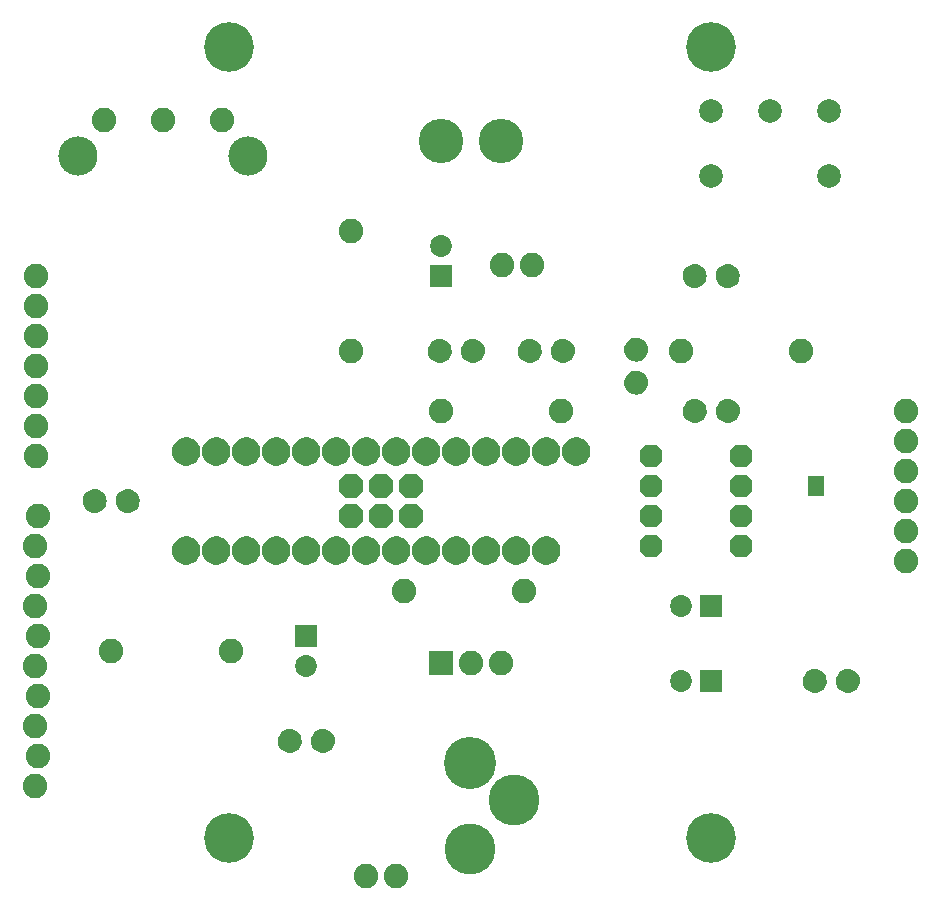
<source format=gbr>
G04 EAGLE Gerber RS-274X export*
G75*
%MOMM*%
%FSLAX34Y34*%
%LPD*%
%INSoldermask Bottom*%
%IPPOS*%
%AMOC8*
5,1,8,0,0,1.08239X$1,22.5*%
G01*
%ADD10C,4.203200*%
%ADD11C,2.082800*%
%ADD12P,2.089446X8X112.500000*%
%ADD13C,4.419200*%
%ADD14C,4.318000*%
%ADD15C,1.854200*%
%ADD16R,1.854200X1.854200*%
%ADD17P,2.254402X8X202.500000*%
%ADD18C,3.759200*%
%ADD19R,2.082800X2.082800*%
%ADD20C,2.078200*%
%ADD21C,3.319200*%
%ADD22C,2.012800*%
%ADD23R,1.473200X0.838200*%

G36*
X140800Y360103D02*
X140800Y360103D01*
X140871Y360105D01*
X142945Y360493D01*
X142988Y360509D01*
X143057Y360525D01*
X145024Y361287D01*
X145064Y361311D01*
X145129Y361339D01*
X146922Y362449D01*
X146957Y362480D01*
X147015Y362520D01*
X148574Y363941D01*
X148602Y363978D01*
X148653Y364027D01*
X149924Y365711D01*
X149945Y365752D01*
X149986Y365810D01*
X150926Y367698D01*
X150939Y367743D01*
X150968Y367807D01*
X151545Y369836D01*
X151550Y369882D01*
X151567Y369951D01*
X151762Y372051D01*
X151758Y372098D01*
X151762Y372169D01*
X151567Y374269D01*
X151555Y374314D01*
X151545Y374384D01*
X150968Y376413D01*
X150948Y376454D01*
X150926Y376522D01*
X149986Y378410D01*
X149958Y378447D01*
X149924Y378509D01*
X148653Y380193D01*
X148619Y380224D01*
X148574Y380279D01*
X147015Y381700D01*
X146976Y381725D01*
X146922Y381771D01*
X145129Y382881D01*
X145085Y382898D01*
X145024Y382933D01*
X143057Y383695D01*
X143012Y383704D01*
X142945Y383727D01*
X140871Y384115D01*
X140825Y384115D01*
X140755Y384126D01*
X138645Y384126D01*
X138600Y384117D01*
X138529Y384115D01*
X136455Y383727D01*
X136412Y383711D01*
X136343Y383695D01*
X134376Y382933D01*
X134336Y382909D01*
X134271Y382881D01*
X132478Y381771D01*
X132444Y381740D01*
X132385Y381700D01*
X130826Y380279D01*
X130798Y380242D01*
X130747Y380193D01*
X129476Y378509D01*
X129455Y378468D01*
X129414Y378410D01*
X128474Y376522D01*
X128461Y376477D01*
X128432Y376413D01*
X127855Y374384D01*
X127850Y374338D01*
X127833Y374269D01*
X127638Y372169D01*
X127642Y372122D01*
X127638Y372051D01*
X127833Y369951D01*
X127845Y369906D01*
X127855Y369836D01*
X128432Y367807D01*
X128452Y367766D01*
X128474Y367698D01*
X129414Y365810D01*
X129442Y365773D01*
X129476Y365711D01*
X130747Y364027D01*
X130781Y363996D01*
X130826Y363941D01*
X132385Y362520D01*
X132424Y362495D01*
X132478Y362449D01*
X134271Y361339D01*
X134315Y361322D01*
X134376Y361287D01*
X136343Y360525D01*
X136388Y360516D01*
X136455Y360493D01*
X138529Y360105D01*
X138575Y360105D01*
X138645Y360095D01*
X140755Y360095D01*
X140800Y360103D01*
G37*
G36*
X267800Y276283D02*
X267800Y276283D01*
X267871Y276285D01*
X269945Y276673D01*
X269988Y276689D01*
X270057Y276705D01*
X272024Y277467D01*
X272064Y277491D01*
X272129Y277519D01*
X273922Y278629D01*
X273957Y278660D01*
X274015Y278700D01*
X275574Y280121D01*
X275602Y280158D01*
X275653Y280207D01*
X276924Y281891D01*
X276945Y281932D01*
X276986Y281990D01*
X277926Y283878D01*
X277939Y283923D01*
X277968Y283987D01*
X278545Y286016D01*
X278550Y286062D01*
X278567Y286131D01*
X278762Y288231D01*
X278758Y288278D01*
X278762Y288349D01*
X278567Y290449D01*
X278555Y290494D01*
X278545Y290564D01*
X277968Y292593D01*
X277948Y292634D01*
X277926Y292702D01*
X276986Y294590D01*
X276958Y294627D01*
X276924Y294689D01*
X275653Y296373D01*
X275619Y296404D01*
X275574Y296459D01*
X274015Y297880D01*
X273976Y297905D01*
X273922Y297951D01*
X272129Y299061D01*
X272085Y299078D01*
X272024Y299113D01*
X270057Y299875D01*
X270012Y299884D01*
X269945Y299907D01*
X267871Y300295D01*
X267825Y300295D01*
X267755Y300306D01*
X265645Y300306D01*
X265600Y300297D01*
X265529Y300295D01*
X263455Y299907D01*
X263412Y299891D01*
X263343Y299875D01*
X261376Y299113D01*
X261336Y299089D01*
X261271Y299061D01*
X259478Y297951D01*
X259444Y297920D01*
X259385Y297880D01*
X257826Y296459D01*
X257798Y296422D01*
X257747Y296373D01*
X256476Y294689D01*
X256455Y294648D01*
X256414Y294590D01*
X255474Y292702D01*
X255461Y292657D01*
X255432Y292593D01*
X254855Y290564D01*
X254850Y290518D01*
X254833Y290449D01*
X254638Y288349D01*
X254642Y288302D01*
X254638Y288231D01*
X254833Y286131D01*
X254845Y286086D01*
X254855Y286016D01*
X255432Y283987D01*
X255452Y283946D01*
X255474Y283878D01*
X256414Y281990D01*
X256442Y281953D01*
X256476Y281891D01*
X257747Y280207D01*
X257781Y280176D01*
X257826Y280121D01*
X259385Y278700D01*
X259424Y278675D01*
X259478Y278629D01*
X261271Y277519D01*
X261315Y277502D01*
X261376Y277467D01*
X263343Y276705D01*
X263388Y276696D01*
X263455Y276673D01*
X265529Y276285D01*
X265575Y276285D01*
X265645Y276275D01*
X267755Y276275D01*
X267800Y276283D01*
G37*
G36*
X293200Y276283D02*
X293200Y276283D01*
X293271Y276285D01*
X295345Y276673D01*
X295388Y276689D01*
X295457Y276705D01*
X297424Y277467D01*
X297464Y277491D01*
X297529Y277519D01*
X299322Y278629D01*
X299357Y278660D01*
X299415Y278700D01*
X300974Y280121D01*
X301002Y280158D01*
X301053Y280207D01*
X302324Y281891D01*
X302345Y281932D01*
X302386Y281990D01*
X303326Y283878D01*
X303339Y283923D01*
X303368Y283987D01*
X303945Y286016D01*
X303950Y286062D01*
X303967Y286131D01*
X304162Y288231D01*
X304158Y288278D01*
X304162Y288349D01*
X303967Y290449D01*
X303955Y290494D01*
X303945Y290564D01*
X303368Y292593D01*
X303348Y292634D01*
X303326Y292702D01*
X302386Y294590D01*
X302358Y294627D01*
X302324Y294689D01*
X301053Y296373D01*
X301019Y296404D01*
X300974Y296459D01*
X299415Y297880D01*
X299376Y297905D01*
X299322Y297951D01*
X297529Y299061D01*
X297485Y299078D01*
X297424Y299113D01*
X295457Y299875D01*
X295412Y299884D01*
X295345Y299907D01*
X293271Y300295D01*
X293225Y300295D01*
X293155Y300306D01*
X291045Y300306D01*
X291000Y300297D01*
X290929Y300295D01*
X288855Y299907D01*
X288812Y299891D01*
X288743Y299875D01*
X286776Y299113D01*
X286736Y299089D01*
X286671Y299061D01*
X284878Y297951D01*
X284844Y297920D01*
X284785Y297880D01*
X283226Y296459D01*
X283198Y296422D01*
X283147Y296373D01*
X281876Y294689D01*
X281855Y294648D01*
X281814Y294590D01*
X280874Y292702D01*
X280861Y292657D01*
X280832Y292593D01*
X280255Y290564D01*
X280250Y290518D01*
X280233Y290449D01*
X280038Y288349D01*
X280042Y288302D01*
X280038Y288231D01*
X280233Y286131D01*
X280245Y286086D01*
X280255Y286016D01*
X280832Y283987D01*
X280852Y283946D01*
X280874Y283878D01*
X281814Y281990D01*
X281842Y281953D01*
X281876Y281891D01*
X283147Y280207D01*
X283181Y280176D01*
X283226Y280121D01*
X284785Y278700D01*
X284824Y278675D01*
X284878Y278629D01*
X286671Y277519D01*
X286715Y277502D01*
X286776Y277467D01*
X288743Y276705D01*
X288788Y276696D01*
X288855Y276673D01*
X290929Y276285D01*
X290975Y276285D01*
X291045Y276275D01*
X293155Y276275D01*
X293200Y276283D01*
G37*
G36*
X318600Y276283D02*
X318600Y276283D01*
X318671Y276285D01*
X320745Y276673D01*
X320788Y276689D01*
X320857Y276705D01*
X322824Y277467D01*
X322864Y277491D01*
X322929Y277519D01*
X324722Y278629D01*
X324757Y278660D01*
X324815Y278700D01*
X326374Y280121D01*
X326402Y280158D01*
X326453Y280207D01*
X327724Y281891D01*
X327745Y281932D01*
X327786Y281990D01*
X328726Y283878D01*
X328739Y283923D01*
X328768Y283987D01*
X329345Y286016D01*
X329350Y286062D01*
X329367Y286131D01*
X329562Y288231D01*
X329558Y288278D01*
X329562Y288349D01*
X329367Y290449D01*
X329355Y290494D01*
X329345Y290564D01*
X328768Y292593D01*
X328748Y292634D01*
X328726Y292702D01*
X327786Y294590D01*
X327758Y294627D01*
X327724Y294689D01*
X326453Y296373D01*
X326419Y296404D01*
X326374Y296459D01*
X324815Y297880D01*
X324776Y297905D01*
X324722Y297951D01*
X322929Y299061D01*
X322885Y299078D01*
X322824Y299113D01*
X320857Y299875D01*
X320812Y299884D01*
X320745Y299907D01*
X318671Y300295D01*
X318625Y300295D01*
X318555Y300306D01*
X316445Y300306D01*
X316400Y300297D01*
X316329Y300295D01*
X314255Y299907D01*
X314212Y299891D01*
X314143Y299875D01*
X312176Y299113D01*
X312136Y299089D01*
X312071Y299061D01*
X310278Y297951D01*
X310244Y297920D01*
X310185Y297880D01*
X308626Y296459D01*
X308598Y296422D01*
X308547Y296373D01*
X307276Y294689D01*
X307255Y294648D01*
X307214Y294590D01*
X306274Y292702D01*
X306261Y292657D01*
X306232Y292593D01*
X305655Y290564D01*
X305650Y290518D01*
X305633Y290449D01*
X305438Y288349D01*
X305442Y288302D01*
X305438Y288231D01*
X305633Y286131D01*
X305645Y286086D01*
X305655Y286016D01*
X306232Y283987D01*
X306252Y283946D01*
X306274Y283878D01*
X307214Y281990D01*
X307242Y281953D01*
X307276Y281891D01*
X308547Y280207D01*
X308581Y280176D01*
X308626Y280121D01*
X310185Y278700D01*
X310224Y278675D01*
X310278Y278629D01*
X312071Y277519D01*
X312115Y277502D01*
X312176Y277467D01*
X314143Y276705D01*
X314188Y276696D01*
X314255Y276673D01*
X316329Y276285D01*
X316375Y276285D01*
X316445Y276275D01*
X318555Y276275D01*
X318600Y276283D01*
G37*
G36*
X344000Y276283D02*
X344000Y276283D01*
X344071Y276285D01*
X346145Y276673D01*
X346188Y276689D01*
X346257Y276705D01*
X348224Y277467D01*
X348264Y277491D01*
X348329Y277519D01*
X350122Y278629D01*
X350157Y278660D01*
X350215Y278700D01*
X351774Y280121D01*
X351802Y280158D01*
X351853Y280207D01*
X353124Y281891D01*
X353145Y281932D01*
X353186Y281990D01*
X354126Y283878D01*
X354139Y283923D01*
X354168Y283987D01*
X354745Y286016D01*
X354750Y286062D01*
X354767Y286131D01*
X354962Y288231D01*
X354958Y288278D01*
X354962Y288349D01*
X354767Y290449D01*
X354755Y290494D01*
X354745Y290564D01*
X354168Y292593D01*
X354148Y292634D01*
X354126Y292702D01*
X353186Y294590D01*
X353158Y294627D01*
X353124Y294689D01*
X351853Y296373D01*
X351819Y296404D01*
X351774Y296459D01*
X350215Y297880D01*
X350176Y297905D01*
X350122Y297951D01*
X348329Y299061D01*
X348285Y299078D01*
X348224Y299113D01*
X346257Y299875D01*
X346212Y299884D01*
X346145Y299907D01*
X344071Y300295D01*
X344025Y300295D01*
X343955Y300306D01*
X341845Y300306D01*
X341800Y300297D01*
X341729Y300295D01*
X339655Y299907D01*
X339612Y299891D01*
X339543Y299875D01*
X337576Y299113D01*
X337536Y299089D01*
X337471Y299061D01*
X335678Y297951D01*
X335644Y297920D01*
X335585Y297880D01*
X334026Y296459D01*
X333998Y296422D01*
X333947Y296373D01*
X332676Y294689D01*
X332655Y294648D01*
X332614Y294590D01*
X331674Y292702D01*
X331661Y292657D01*
X331632Y292593D01*
X331055Y290564D01*
X331050Y290518D01*
X331033Y290449D01*
X330838Y288349D01*
X330842Y288302D01*
X330838Y288231D01*
X331033Y286131D01*
X331045Y286086D01*
X331055Y286016D01*
X331632Y283987D01*
X331652Y283946D01*
X331674Y283878D01*
X332614Y281990D01*
X332642Y281953D01*
X332676Y281891D01*
X333947Y280207D01*
X333981Y280176D01*
X334026Y280121D01*
X335585Y278700D01*
X335624Y278675D01*
X335678Y278629D01*
X337471Y277519D01*
X337515Y277502D01*
X337576Y277467D01*
X339543Y276705D01*
X339588Y276696D01*
X339655Y276673D01*
X341729Y276285D01*
X341775Y276285D01*
X341845Y276275D01*
X343955Y276275D01*
X344000Y276283D01*
G37*
G36*
X217000Y360103D02*
X217000Y360103D01*
X217071Y360105D01*
X219145Y360493D01*
X219188Y360509D01*
X219257Y360525D01*
X221224Y361287D01*
X221264Y361311D01*
X221329Y361339D01*
X223122Y362449D01*
X223157Y362480D01*
X223215Y362520D01*
X224774Y363941D01*
X224802Y363978D01*
X224853Y364027D01*
X226124Y365711D01*
X226145Y365752D01*
X226186Y365810D01*
X227126Y367698D01*
X227139Y367743D01*
X227168Y367807D01*
X227745Y369836D01*
X227750Y369882D01*
X227767Y369951D01*
X227962Y372051D01*
X227958Y372098D01*
X227962Y372169D01*
X227767Y374269D01*
X227755Y374314D01*
X227745Y374384D01*
X227168Y376413D01*
X227148Y376454D01*
X227126Y376522D01*
X226186Y378410D01*
X226158Y378447D01*
X226124Y378509D01*
X224853Y380193D01*
X224819Y380224D01*
X224774Y380279D01*
X223215Y381700D01*
X223176Y381725D01*
X223122Y381771D01*
X221329Y382881D01*
X221285Y382898D01*
X221224Y382933D01*
X219257Y383695D01*
X219212Y383704D01*
X219145Y383727D01*
X217071Y384115D01*
X217025Y384115D01*
X216955Y384126D01*
X214845Y384126D01*
X214800Y384117D01*
X214729Y384115D01*
X212655Y383727D01*
X212612Y383711D01*
X212543Y383695D01*
X210576Y382933D01*
X210536Y382909D01*
X210471Y382881D01*
X208678Y381771D01*
X208644Y381740D01*
X208585Y381700D01*
X207026Y380279D01*
X206998Y380242D01*
X206947Y380193D01*
X205676Y378509D01*
X205655Y378468D01*
X205614Y378410D01*
X204674Y376522D01*
X204661Y376477D01*
X204632Y376413D01*
X204055Y374384D01*
X204050Y374338D01*
X204033Y374269D01*
X203838Y372169D01*
X203842Y372122D01*
X203838Y372051D01*
X204033Y369951D01*
X204045Y369906D01*
X204055Y369836D01*
X204632Y367807D01*
X204652Y367766D01*
X204674Y367698D01*
X205614Y365810D01*
X205642Y365773D01*
X205676Y365711D01*
X206947Y364027D01*
X206981Y363996D01*
X207026Y363941D01*
X208585Y362520D01*
X208624Y362495D01*
X208678Y362449D01*
X210471Y361339D01*
X210515Y361322D01*
X210576Y361287D01*
X212543Y360525D01*
X212588Y360516D01*
X212655Y360493D01*
X214729Y360105D01*
X214775Y360105D01*
X214845Y360095D01*
X216955Y360095D01*
X217000Y360103D01*
G37*
G36*
X445600Y276283D02*
X445600Y276283D01*
X445671Y276285D01*
X447745Y276673D01*
X447788Y276689D01*
X447857Y276705D01*
X449824Y277467D01*
X449864Y277491D01*
X449929Y277519D01*
X451722Y278629D01*
X451757Y278660D01*
X451815Y278700D01*
X453374Y280121D01*
X453402Y280158D01*
X453453Y280207D01*
X454724Y281891D01*
X454745Y281932D01*
X454786Y281990D01*
X455726Y283878D01*
X455739Y283923D01*
X455768Y283987D01*
X456345Y286016D01*
X456350Y286062D01*
X456367Y286131D01*
X456562Y288231D01*
X456558Y288278D01*
X456562Y288349D01*
X456367Y290449D01*
X456355Y290494D01*
X456345Y290564D01*
X455768Y292593D01*
X455748Y292634D01*
X455726Y292702D01*
X454786Y294590D01*
X454758Y294627D01*
X454724Y294689D01*
X453453Y296373D01*
X453419Y296404D01*
X453374Y296459D01*
X451815Y297880D01*
X451776Y297905D01*
X451722Y297951D01*
X449929Y299061D01*
X449885Y299078D01*
X449824Y299113D01*
X447857Y299875D01*
X447812Y299884D01*
X447745Y299907D01*
X445671Y300295D01*
X445625Y300295D01*
X445555Y300306D01*
X443445Y300306D01*
X443400Y300297D01*
X443329Y300295D01*
X441255Y299907D01*
X441212Y299891D01*
X441143Y299875D01*
X439176Y299113D01*
X439136Y299089D01*
X439071Y299061D01*
X437278Y297951D01*
X437244Y297920D01*
X437185Y297880D01*
X435626Y296459D01*
X435598Y296422D01*
X435547Y296373D01*
X434276Y294689D01*
X434255Y294648D01*
X434214Y294590D01*
X433274Y292702D01*
X433261Y292657D01*
X433232Y292593D01*
X432655Y290564D01*
X432650Y290518D01*
X432633Y290449D01*
X432438Y288349D01*
X432442Y288302D01*
X432438Y288231D01*
X432633Y286131D01*
X432645Y286086D01*
X432655Y286016D01*
X433232Y283987D01*
X433252Y283946D01*
X433274Y283878D01*
X434214Y281990D01*
X434242Y281953D01*
X434276Y281891D01*
X435547Y280207D01*
X435581Y280176D01*
X435626Y280121D01*
X437185Y278700D01*
X437224Y278675D01*
X437278Y278629D01*
X439071Y277519D01*
X439115Y277502D01*
X439176Y277467D01*
X441143Y276705D01*
X441188Y276696D01*
X441255Y276673D01*
X443329Y276285D01*
X443375Y276285D01*
X443445Y276275D01*
X445555Y276275D01*
X445600Y276283D01*
G37*
G36*
X420200Y276283D02*
X420200Y276283D01*
X420271Y276285D01*
X422345Y276673D01*
X422388Y276689D01*
X422457Y276705D01*
X424424Y277467D01*
X424464Y277491D01*
X424529Y277519D01*
X426322Y278629D01*
X426357Y278660D01*
X426415Y278700D01*
X427974Y280121D01*
X428002Y280158D01*
X428053Y280207D01*
X429324Y281891D01*
X429345Y281932D01*
X429386Y281990D01*
X430326Y283878D01*
X430339Y283923D01*
X430368Y283987D01*
X430945Y286016D01*
X430950Y286062D01*
X430967Y286131D01*
X431162Y288231D01*
X431158Y288278D01*
X431162Y288349D01*
X430967Y290449D01*
X430955Y290494D01*
X430945Y290564D01*
X430368Y292593D01*
X430348Y292634D01*
X430326Y292702D01*
X429386Y294590D01*
X429358Y294627D01*
X429324Y294689D01*
X428053Y296373D01*
X428019Y296404D01*
X427974Y296459D01*
X426415Y297880D01*
X426376Y297905D01*
X426322Y297951D01*
X424529Y299061D01*
X424485Y299078D01*
X424424Y299113D01*
X422457Y299875D01*
X422412Y299884D01*
X422345Y299907D01*
X420271Y300295D01*
X420225Y300295D01*
X420155Y300306D01*
X418045Y300306D01*
X418000Y300297D01*
X417929Y300295D01*
X415855Y299907D01*
X415812Y299891D01*
X415743Y299875D01*
X413776Y299113D01*
X413736Y299089D01*
X413671Y299061D01*
X411878Y297951D01*
X411844Y297920D01*
X411785Y297880D01*
X410226Y296459D01*
X410198Y296422D01*
X410147Y296373D01*
X408876Y294689D01*
X408855Y294648D01*
X408814Y294590D01*
X407874Y292702D01*
X407861Y292657D01*
X407832Y292593D01*
X407255Y290564D01*
X407250Y290518D01*
X407233Y290449D01*
X407038Y288349D01*
X407042Y288302D01*
X407038Y288231D01*
X407233Y286131D01*
X407245Y286086D01*
X407255Y286016D01*
X407832Y283987D01*
X407852Y283946D01*
X407874Y283878D01*
X408814Y281990D01*
X408842Y281953D01*
X408876Y281891D01*
X410147Y280207D01*
X410181Y280176D01*
X410226Y280121D01*
X411785Y278700D01*
X411824Y278675D01*
X411878Y278629D01*
X413671Y277519D01*
X413715Y277502D01*
X413776Y277467D01*
X415743Y276705D01*
X415788Y276696D01*
X415855Y276673D01*
X417929Y276285D01*
X417975Y276285D01*
X418045Y276275D01*
X420155Y276275D01*
X420200Y276283D01*
G37*
G36*
X369400Y276283D02*
X369400Y276283D01*
X369471Y276285D01*
X371545Y276673D01*
X371588Y276689D01*
X371657Y276705D01*
X373624Y277467D01*
X373664Y277491D01*
X373729Y277519D01*
X375522Y278629D01*
X375557Y278660D01*
X375615Y278700D01*
X377174Y280121D01*
X377202Y280158D01*
X377253Y280207D01*
X378524Y281891D01*
X378545Y281932D01*
X378586Y281990D01*
X379526Y283878D01*
X379539Y283923D01*
X379568Y283987D01*
X380145Y286016D01*
X380150Y286062D01*
X380167Y286131D01*
X380362Y288231D01*
X380358Y288278D01*
X380362Y288349D01*
X380167Y290449D01*
X380155Y290494D01*
X380145Y290564D01*
X379568Y292593D01*
X379548Y292634D01*
X379526Y292702D01*
X378586Y294590D01*
X378558Y294627D01*
X378524Y294689D01*
X377253Y296373D01*
X377219Y296404D01*
X377174Y296459D01*
X375615Y297880D01*
X375576Y297905D01*
X375522Y297951D01*
X373729Y299061D01*
X373685Y299078D01*
X373624Y299113D01*
X371657Y299875D01*
X371612Y299884D01*
X371545Y299907D01*
X369471Y300295D01*
X369425Y300295D01*
X369355Y300306D01*
X367245Y300306D01*
X367200Y300297D01*
X367129Y300295D01*
X365055Y299907D01*
X365012Y299891D01*
X364943Y299875D01*
X362976Y299113D01*
X362936Y299089D01*
X362871Y299061D01*
X361078Y297951D01*
X361044Y297920D01*
X360985Y297880D01*
X359426Y296459D01*
X359398Y296422D01*
X359347Y296373D01*
X358076Y294689D01*
X358055Y294648D01*
X358014Y294590D01*
X357074Y292702D01*
X357061Y292657D01*
X357032Y292593D01*
X356455Y290564D01*
X356450Y290518D01*
X356433Y290449D01*
X356238Y288349D01*
X356242Y288302D01*
X356238Y288231D01*
X356433Y286131D01*
X356445Y286086D01*
X356455Y286016D01*
X357032Y283987D01*
X357052Y283946D01*
X357074Y283878D01*
X358014Y281990D01*
X358042Y281953D01*
X358076Y281891D01*
X359347Y280207D01*
X359381Y280176D01*
X359426Y280121D01*
X360985Y278700D01*
X361024Y278675D01*
X361078Y278629D01*
X362871Y277519D01*
X362915Y277502D01*
X362976Y277467D01*
X364943Y276705D01*
X364988Y276696D01*
X365055Y276673D01*
X367129Y276285D01*
X367175Y276285D01*
X367245Y276275D01*
X369355Y276275D01*
X369400Y276283D01*
G37*
G36*
X166200Y276283D02*
X166200Y276283D01*
X166271Y276285D01*
X168345Y276673D01*
X168388Y276689D01*
X168457Y276705D01*
X170424Y277467D01*
X170464Y277491D01*
X170529Y277519D01*
X172322Y278629D01*
X172357Y278660D01*
X172415Y278700D01*
X173974Y280121D01*
X174002Y280158D01*
X174053Y280207D01*
X175324Y281891D01*
X175345Y281932D01*
X175386Y281990D01*
X176326Y283878D01*
X176339Y283923D01*
X176368Y283987D01*
X176945Y286016D01*
X176950Y286062D01*
X176967Y286131D01*
X177162Y288231D01*
X177158Y288278D01*
X177162Y288349D01*
X176967Y290449D01*
X176955Y290494D01*
X176945Y290564D01*
X176368Y292593D01*
X176348Y292634D01*
X176326Y292702D01*
X175386Y294590D01*
X175358Y294627D01*
X175324Y294689D01*
X174053Y296373D01*
X174019Y296404D01*
X173974Y296459D01*
X172415Y297880D01*
X172376Y297905D01*
X172322Y297951D01*
X170529Y299061D01*
X170485Y299078D01*
X170424Y299113D01*
X168457Y299875D01*
X168412Y299884D01*
X168345Y299907D01*
X166271Y300295D01*
X166225Y300295D01*
X166155Y300306D01*
X164045Y300306D01*
X164000Y300297D01*
X163929Y300295D01*
X161855Y299907D01*
X161812Y299891D01*
X161743Y299875D01*
X159776Y299113D01*
X159736Y299089D01*
X159671Y299061D01*
X157878Y297951D01*
X157844Y297920D01*
X157785Y297880D01*
X156226Y296459D01*
X156198Y296422D01*
X156147Y296373D01*
X154876Y294689D01*
X154855Y294648D01*
X154814Y294590D01*
X153874Y292702D01*
X153861Y292657D01*
X153832Y292593D01*
X153255Y290564D01*
X153250Y290518D01*
X153233Y290449D01*
X153038Y288349D01*
X153042Y288302D01*
X153038Y288231D01*
X153233Y286131D01*
X153245Y286086D01*
X153255Y286016D01*
X153832Y283987D01*
X153852Y283946D01*
X153874Y283878D01*
X154814Y281990D01*
X154842Y281953D01*
X154876Y281891D01*
X156147Y280207D01*
X156181Y280176D01*
X156226Y280121D01*
X157785Y278700D01*
X157824Y278675D01*
X157878Y278629D01*
X159671Y277519D01*
X159715Y277502D01*
X159776Y277467D01*
X161743Y276705D01*
X161788Y276696D01*
X161855Y276673D01*
X163929Y276285D01*
X163975Y276285D01*
X164045Y276275D01*
X166155Y276275D01*
X166200Y276283D01*
G37*
G36*
X140800Y276283D02*
X140800Y276283D01*
X140871Y276285D01*
X142945Y276673D01*
X142988Y276689D01*
X143057Y276705D01*
X145024Y277467D01*
X145064Y277491D01*
X145129Y277519D01*
X146922Y278629D01*
X146957Y278660D01*
X147015Y278700D01*
X148574Y280121D01*
X148602Y280158D01*
X148653Y280207D01*
X149924Y281891D01*
X149945Y281932D01*
X149986Y281990D01*
X150926Y283878D01*
X150939Y283923D01*
X150968Y283987D01*
X151545Y286016D01*
X151550Y286062D01*
X151567Y286131D01*
X151762Y288231D01*
X151758Y288278D01*
X151762Y288349D01*
X151567Y290449D01*
X151555Y290494D01*
X151545Y290564D01*
X150968Y292593D01*
X150948Y292634D01*
X150926Y292702D01*
X149986Y294590D01*
X149958Y294627D01*
X149924Y294689D01*
X148653Y296373D01*
X148619Y296404D01*
X148574Y296459D01*
X147015Y297880D01*
X146976Y297905D01*
X146922Y297951D01*
X145129Y299061D01*
X145085Y299078D01*
X145024Y299113D01*
X143057Y299875D01*
X143012Y299884D01*
X142945Y299907D01*
X140871Y300295D01*
X140825Y300295D01*
X140755Y300306D01*
X138645Y300306D01*
X138600Y300297D01*
X138529Y300295D01*
X136455Y299907D01*
X136412Y299891D01*
X136343Y299875D01*
X134376Y299113D01*
X134336Y299089D01*
X134271Y299061D01*
X132478Y297951D01*
X132444Y297920D01*
X132385Y297880D01*
X130826Y296459D01*
X130798Y296422D01*
X130747Y296373D01*
X129476Y294689D01*
X129455Y294648D01*
X129414Y294590D01*
X128474Y292702D01*
X128461Y292657D01*
X128432Y292593D01*
X127855Y290564D01*
X127850Y290518D01*
X127833Y290449D01*
X127638Y288349D01*
X127642Y288302D01*
X127638Y288231D01*
X127833Y286131D01*
X127845Y286086D01*
X127855Y286016D01*
X128432Y283987D01*
X128452Y283946D01*
X128474Y283878D01*
X129414Y281990D01*
X129442Y281953D01*
X129476Y281891D01*
X130747Y280207D01*
X130781Y280176D01*
X130826Y280121D01*
X132385Y278700D01*
X132424Y278675D01*
X132478Y278629D01*
X134271Y277519D01*
X134315Y277502D01*
X134376Y277467D01*
X136343Y276705D01*
X136388Y276696D01*
X136455Y276673D01*
X138529Y276285D01*
X138575Y276285D01*
X138645Y276275D01*
X140755Y276275D01*
X140800Y276283D01*
G37*
G36*
X471000Y360103D02*
X471000Y360103D01*
X471071Y360105D01*
X473145Y360493D01*
X473188Y360509D01*
X473257Y360525D01*
X475224Y361287D01*
X475264Y361311D01*
X475329Y361339D01*
X477122Y362449D01*
X477157Y362480D01*
X477215Y362520D01*
X478774Y363941D01*
X478802Y363978D01*
X478853Y364027D01*
X480124Y365711D01*
X480145Y365752D01*
X480186Y365810D01*
X481126Y367698D01*
X481139Y367743D01*
X481168Y367807D01*
X481745Y369836D01*
X481750Y369882D01*
X481767Y369951D01*
X481962Y372051D01*
X481958Y372098D01*
X481962Y372169D01*
X481767Y374269D01*
X481755Y374314D01*
X481745Y374384D01*
X481168Y376413D01*
X481148Y376454D01*
X481126Y376522D01*
X480186Y378410D01*
X480158Y378447D01*
X480124Y378509D01*
X478853Y380193D01*
X478819Y380224D01*
X478774Y380279D01*
X477215Y381700D01*
X477176Y381725D01*
X477122Y381771D01*
X475329Y382881D01*
X475285Y382898D01*
X475224Y382933D01*
X473257Y383695D01*
X473212Y383704D01*
X473145Y383727D01*
X471071Y384115D01*
X471025Y384115D01*
X470955Y384126D01*
X468845Y384126D01*
X468800Y384117D01*
X468729Y384115D01*
X466655Y383727D01*
X466612Y383711D01*
X466543Y383695D01*
X464576Y382933D01*
X464536Y382909D01*
X464471Y382881D01*
X462678Y381771D01*
X462644Y381740D01*
X462585Y381700D01*
X461026Y380279D01*
X460998Y380242D01*
X460947Y380193D01*
X459676Y378509D01*
X459655Y378468D01*
X459614Y378410D01*
X458674Y376522D01*
X458661Y376477D01*
X458632Y376413D01*
X458055Y374384D01*
X458050Y374338D01*
X458033Y374269D01*
X457838Y372169D01*
X457842Y372122D01*
X457838Y372051D01*
X458033Y369951D01*
X458045Y369906D01*
X458055Y369836D01*
X458632Y367807D01*
X458652Y367766D01*
X458674Y367698D01*
X459614Y365810D01*
X459642Y365773D01*
X459676Y365711D01*
X460947Y364027D01*
X460981Y363996D01*
X461026Y363941D01*
X462585Y362520D01*
X462624Y362495D01*
X462678Y362449D01*
X464471Y361339D01*
X464515Y361322D01*
X464576Y361287D01*
X466543Y360525D01*
X466588Y360516D01*
X466655Y360493D01*
X468729Y360105D01*
X468775Y360105D01*
X468845Y360095D01*
X470955Y360095D01*
X471000Y360103D01*
G37*
G36*
X445600Y360103D02*
X445600Y360103D01*
X445671Y360105D01*
X447745Y360493D01*
X447788Y360509D01*
X447857Y360525D01*
X449824Y361287D01*
X449864Y361311D01*
X449929Y361339D01*
X451722Y362449D01*
X451757Y362480D01*
X451815Y362520D01*
X453374Y363941D01*
X453402Y363978D01*
X453453Y364027D01*
X454724Y365711D01*
X454745Y365752D01*
X454786Y365810D01*
X455726Y367698D01*
X455739Y367743D01*
X455768Y367807D01*
X456345Y369836D01*
X456350Y369882D01*
X456367Y369951D01*
X456562Y372051D01*
X456558Y372098D01*
X456562Y372169D01*
X456367Y374269D01*
X456355Y374314D01*
X456345Y374384D01*
X455768Y376413D01*
X455748Y376454D01*
X455726Y376522D01*
X454786Y378410D01*
X454758Y378447D01*
X454724Y378509D01*
X453453Y380193D01*
X453419Y380224D01*
X453374Y380279D01*
X451815Y381700D01*
X451776Y381725D01*
X451722Y381771D01*
X449929Y382881D01*
X449885Y382898D01*
X449824Y382933D01*
X447857Y383695D01*
X447812Y383704D01*
X447745Y383727D01*
X445671Y384115D01*
X445625Y384115D01*
X445555Y384126D01*
X443445Y384126D01*
X443400Y384117D01*
X443329Y384115D01*
X441255Y383727D01*
X441212Y383711D01*
X441143Y383695D01*
X439176Y382933D01*
X439136Y382909D01*
X439071Y382881D01*
X437278Y381771D01*
X437244Y381740D01*
X437185Y381700D01*
X435626Y380279D01*
X435598Y380242D01*
X435547Y380193D01*
X434276Y378509D01*
X434255Y378468D01*
X434214Y378410D01*
X433274Y376522D01*
X433261Y376477D01*
X433232Y376413D01*
X432655Y374384D01*
X432650Y374338D01*
X432633Y374269D01*
X432438Y372169D01*
X432442Y372122D01*
X432438Y372051D01*
X432633Y369951D01*
X432645Y369906D01*
X432655Y369836D01*
X433232Y367807D01*
X433252Y367766D01*
X433274Y367698D01*
X434214Y365810D01*
X434242Y365773D01*
X434276Y365711D01*
X435547Y364027D01*
X435581Y363996D01*
X435626Y363941D01*
X437185Y362520D01*
X437224Y362495D01*
X437278Y362449D01*
X439071Y361339D01*
X439115Y361322D01*
X439176Y361287D01*
X441143Y360525D01*
X441188Y360516D01*
X441255Y360493D01*
X443329Y360105D01*
X443375Y360105D01*
X443445Y360095D01*
X445555Y360095D01*
X445600Y360103D01*
G37*
G36*
X420200Y360103D02*
X420200Y360103D01*
X420271Y360105D01*
X422345Y360493D01*
X422388Y360509D01*
X422457Y360525D01*
X424424Y361287D01*
X424464Y361311D01*
X424529Y361339D01*
X426322Y362449D01*
X426357Y362480D01*
X426415Y362520D01*
X427974Y363941D01*
X428002Y363978D01*
X428053Y364027D01*
X429324Y365711D01*
X429345Y365752D01*
X429386Y365810D01*
X430326Y367698D01*
X430339Y367743D01*
X430368Y367807D01*
X430945Y369836D01*
X430950Y369882D01*
X430967Y369951D01*
X431162Y372051D01*
X431158Y372098D01*
X431162Y372169D01*
X430967Y374269D01*
X430955Y374314D01*
X430945Y374384D01*
X430368Y376413D01*
X430348Y376454D01*
X430326Y376522D01*
X429386Y378410D01*
X429358Y378447D01*
X429324Y378509D01*
X428053Y380193D01*
X428019Y380224D01*
X427974Y380279D01*
X426415Y381700D01*
X426376Y381725D01*
X426322Y381771D01*
X424529Y382881D01*
X424485Y382898D01*
X424424Y382933D01*
X422457Y383695D01*
X422412Y383704D01*
X422345Y383727D01*
X420271Y384115D01*
X420225Y384115D01*
X420155Y384126D01*
X418045Y384126D01*
X418000Y384117D01*
X417929Y384115D01*
X415855Y383727D01*
X415812Y383711D01*
X415743Y383695D01*
X413776Y382933D01*
X413736Y382909D01*
X413671Y382881D01*
X411878Y381771D01*
X411844Y381740D01*
X411785Y381700D01*
X410226Y380279D01*
X410198Y380242D01*
X410147Y380193D01*
X408876Y378509D01*
X408855Y378468D01*
X408814Y378410D01*
X407874Y376522D01*
X407861Y376477D01*
X407832Y376413D01*
X407255Y374384D01*
X407250Y374338D01*
X407233Y374269D01*
X407038Y372169D01*
X407042Y372122D01*
X407038Y372051D01*
X407233Y369951D01*
X407245Y369906D01*
X407255Y369836D01*
X407832Y367807D01*
X407852Y367766D01*
X407874Y367698D01*
X408814Y365810D01*
X408842Y365773D01*
X408876Y365711D01*
X410147Y364027D01*
X410181Y363996D01*
X410226Y363941D01*
X411785Y362520D01*
X411824Y362495D01*
X411878Y362449D01*
X413671Y361339D01*
X413715Y361322D01*
X413776Y361287D01*
X415743Y360525D01*
X415788Y360516D01*
X415855Y360493D01*
X417929Y360105D01*
X417975Y360105D01*
X418045Y360095D01*
X420155Y360095D01*
X420200Y360103D01*
G37*
G36*
X394800Y360103D02*
X394800Y360103D01*
X394871Y360105D01*
X396945Y360493D01*
X396988Y360509D01*
X397057Y360525D01*
X399024Y361287D01*
X399064Y361311D01*
X399129Y361339D01*
X400922Y362449D01*
X400957Y362480D01*
X401015Y362520D01*
X402574Y363941D01*
X402602Y363978D01*
X402653Y364027D01*
X403924Y365711D01*
X403945Y365752D01*
X403986Y365810D01*
X404926Y367698D01*
X404939Y367743D01*
X404968Y367807D01*
X405545Y369836D01*
X405550Y369882D01*
X405567Y369951D01*
X405762Y372051D01*
X405758Y372098D01*
X405762Y372169D01*
X405567Y374269D01*
X405555Y374314D01*
X405545Y374384D01*
X404968Y376413D01*
X404948Y376454D01*
X404926Y376522D01*
X403986Y378410D01*
X403958Y378447D01*
X403924Y378509D01*
X402653Y380193D01*
X402619Y380224D01*
X402574Y380279D01*
X401015Y381700D01*
X400976Y381725D01*
X400922Y381771D01*
X399129Y382881D01*
X399085Y382898D01*
X399024Y382933D01*
X397057Y383695D01*
X397012Y383704D01*
X396945Y383727D01*
X394871Y384115D01*
X394825Y384115D01*
X394755Y384126D01*
X392645Y384126D01*
X392600Y384117D01*
X392529Y384115D01*
X390455Y383727D01*
X390412Y383711D01*
X390343Y383695D01*
X388376Y382933D01*
X388336Y382909D01*
X388271Y382881D01*
X386478Y381771D01*
X386444Y381740D01*
X386385Y381700D01*
X384826Y380279D01*
X384798Y380242D01*
X384747Y380193D01*
X383476Y378509D01*
X383455Y378468D01*
X383414Y378410D01*
X382474Y376522D01*
X382461Y376477D01*
X382432Y376413D01*
X381855Y374384D01*
X381850Y374338D01*
X381833Y374269D01*
X381638Y372169D01*
X381642Y372122D01*
X381638Y372051D01*
X381833Y369951D01*
X381845Y369906D01*
X381855Y369836D01*
X382432Y367807D01*
X382452Y367766D01*
X382474Y367698D01*
X383414Y365810D01*
X383442Y365773D01*
X383476Y365711D01*
X384747Y364027D01*
X384781Y363996D01*
X384826Y363941D01*
X386385Y362520D01*
X386424Y362495D01*
X386478Y362449D01*
X388271Y361339D01*
X388315Y361322D01*
X388376Y361287D01*
X390343Y360525D01*
X390388Y360516D01*
X390455Y360493D01*
X392529Y360105D01*
X392575Y360105D01*
X392645Y360095D01*
X394755Y360095D01*
X394800Y360103D01*
G37*
G36*
X369400Y360103D02*
X369400Y360103D01*
X369471Y360105D01*
X371545Y360493D01*
X371588Y360509D01*
X371657Y360525D01*
X373624Y361287D01*
X373664Y361311D01*
X373729Y361339D01*
X375522Y362449D01*
X375557Y362480D01*
X375615Y362520D01*
X377174Y363941D01*
X377202Y363978D01*
X377253Y364027D01*
X378524Y365711D01*
X378545Y365752D01*
X378586Y365810D01*
X379526Y367698D01*
X379539Y367743D01*
X379568Y367807D01*
X380145Y369836D01*
X380150Y369882D01*
X380167Y369951D01*
X380362Y372051D01*
X380358Y372098D01*
X380362Y372169D01*
X380167Y374269D01*
X380155Y374314D01*
X380145Y374384D01*
X379568Y376413D01*
X379548Y376454D01*
X379526Y376522D01*
X378586Y378410D01*
X378558Y378447D01*
X378524Y378509D01*
X377253Y380193D01*
X377219Y380224D01*
X377174Y380279D01*
X375615Y381700D01*
X375576Y381725D01*
X375522Y381771D01*
X373729Y382881D01*
X373685Y382898D01*
X373624Y382933D01*
X371657Y383695D01*
X371612Y383704D01*
X371545Y383727D01*
X369471Y384115D01*
X369425Y384115D01*
X369355Y384126D01*
X367245Y384126D01*
X367200Y384117D01*
X367129Y384115D01*
X365055Y383727D01*
X365012Y383711D01*
X364943Y383695D01*
X362976Y382933D01*
X362936Y382909D01*
X362871Y382881D01*
X361078Y381771D01*
X361044Y381740D01*
X360985Y381700D01*
X359426Y380279D01*
X359398Y380242D01*
X359347Y380193D01*
X358076Y378509D01*
X358055Y378468D01*
X358014Y378410D01*
X357074Y376522D01*
X357061Y376477D01*
X357032Y376413D01*
X356455Y374384D01*
X356450Y374338D01*
X356433Y374269D01*
X356238Y372169D01*
X356242Y372122D01*
X356238Y372051D01*
X356433Y369951D01*
X356445Y369906D01*
X356455Y369836D01*
X357032Y367807D01*
X357052Y367766D01*
X357074Y367698D01*
X358014Y365810D01*
X358042Y365773D01*
X358076Y365711D01*
X359347Y364027D01*
X359381Y363996D01*
X359426Y363941D01*
X360985Y362520D01*
X361024Y362495D01*
X361078Y362449D01*
X362871Y361339D01*
X362915Y361322D01*
X362976Y361287D01*
X364943Y360525D01*
X364988Y360516D01*
X365055Y360493D01*
X367129Y360105D01*
X367175Y360105D01*
X367245Y360095D01*
X369355Y360095D01*
X369400Y360103D01*
G37*
G36*
X344000Y360103D02*
X344000Y360103D01*
X344071Y360105D01*
X346145Y360493D01*
X346188Y360509D01*
X346257Y360525D01*
X348224Y361287D01*
X348264Y361311D01*
X348329Y361339D01*
X350122Y362449D01*
X350157Y362480D01*
X350215Y362520D01*
X351774Y363941D01*
X351802Y363978D01*
X351853Y364027D01*
X353124Y365711D01*
X353145Y365752D01*
X353186Y365810D01*
X354126Y367698D01*
X354139Y367743D01*
X354168Y367807D01*
X354745Y369836D01*
X354750Y369882D01*
X354767Y369951D01*
X354962Y372051D01*
X354958Y372098D01*
X354962Y372169D01*
X354767Y374269D01*
X354755Y374314D01*
X354745Y374384D01*
X354168Y376413D01*
X354148Y376454D01*
X354126Y376522D01*
X353186Y378410D01*
X353158Y378447D01*
X353124Y378509D01*
X351853Y380193D01*
X351819Y380224D01*
X351774Y380279D01*
X350215Y381700D01*
X350176Y381725D01*
X350122Y381771D01*
X348329Y382881D01*
X348285Y382898D01*
X348224Y382933D01*
X346257Y383695D01*
X346212Y383704D01*
X346145Y383727D01*
X344071Y384115D01*
X344025Y384115D01*
X343955Y384126D01*
X341845Y384126D01*
X341800Y384117D01*
X341729Y384115D01*
X339655Y383727D01*
X339612Y383711D01*
X339543Y383695D01*
X337576Y382933D01*
X337536Y382909D01*
X337471Y382881D01*
X335678Y381771D01*
X335644Y381740D01*
X335585Y381700D01*
X334026Y380279D01*
X333998Y380242D01*
X333947Y380193D01*
X332676Y378509D01*
X332655Y378468D01*
X332614Y378410D01*
X331674Y376522D01*
X331661Y376477D01*
X331632Y376413D01*
X331055Y374384D01*
X331050Y374338D01*
X331033Y374269D01*
X330838Y372169D01*
X330842Y372122D01*
X330838Y372051D01*
X331033Y369951D01*
X331045Y369906D01*
X331055Y369836D01*
X331632Y367807D01*
X331652Y367766D01*
X331674Y367698D01*
X332614Y365810D01*
X332642Y365773D01*
X332676Y365711D01*
X333947Y364027D01*
X333981Y363996D01*
X334026Y363941D01*
X335585Y362520D01*
X335624Y362495D01*
X335678Y362449D01*
X337471Y361339D01*
X337515Y361322D01*
X337576Y361287D01*
X339543Y360525D01*
X339588Y360516D01*
X339655Y360493D01*
X341729Y360105D01*
X341775Y360105D01*
X341845Y360095D01*
X343955Y360095D01*
X344000Y360103D01*
G37*
G36*
X318600Y360103D02*
X318600Y360103D01*
X318671Y360105D01*
X320745Y360493D01*
X320788Y360509D01*
X320857Y360525D01*
X322824Y361287D01*
X322864Y361311D01*
X322929Y361339D01*
X324722Y362449D01*
X324757Y362480D01*
X324815Y362520D01*
X326374Y363941D01*
X326402Y363978D01*
X326453Y364027D01*
X327724Y365711D01*
X327745Y365752D01*
X327786Y365810D01*
X328726Y367698D01*
X328739Y367743D01*
X328768Y367807D01*
X329345Y369836D01*
X329350Y369882D01*
X329367Y369951D01*
X329562Y372051D01*
X329558Y372098D01*
X329562Y372169D01*
X329367Y374269D01*
X329355Y374314D01*
X329345Y374384D01*
X328768Y376413D01*
X328748Y376454D01*
X328726Y376522D01*
X327786Y378410D01*
X327758Y378447D01*
X327724Y378509D01*
X326453Y380193D01*
X326419Y380224D01*
X326374Y380279D01*
X324815Y381700D01*
X324776Y381725D01*
X324722Y381771D01*
X322929Y382881D01*
X322885Y382898D01*
X322824Y382933D01*
X320857Y383695D01*
X320812Y383704D01*
X320745Y383727D01*
X318671Y384115D01*
X318625Y384115D01*
X318555Y384126D01*
X316445Y384126D01*
X316400Y384117D01*
X316329Y384115D01*
X314255Y383727D01*
X314212Y383711D01*
X314143Y383695D01*
X312176Y382933D01*
X312136Y382909D01*
X312071Y382881D01*
X310278Y381771D01*
X310244Y381740D01*
X310185Y381700D01*
X308626Y380279D01*
X308598Y380242D01*
X308547Y380193D01*
X307276Y378509D01*
X307255Y378468D01*
X307214Y378410D01*
X306274Y376522D01*
X306261Y376477D01*
X306232Y376413D01*
X305655Y374384D01*
X305650Y374338D01*
X305633Y374269D01*
X305438Y372169D01*
X305442Y372122D01*
X305438Y372051D01*
X305633Y369951D01*
X305645Y369906D01*
X305655Y369836D01*
X306232Y367807D01*
X306252Y367766D01*
X306274Y367698D01*
X307214Y365810D01*
X307242Y365773D01*
X307276Y365711D01*
X308547Y364027D01*
X308581Y363996D01*
X308626Y363941D01*
X310185Y362520D01*
X310224Y362495D01*
X310278Y362449D01*
X312071Y361339D01*
X312115Y361322D01*
X312176Y361287D01*
X314143Y360525D01*
X314188Y360516D01*
X314255Y360493D01*
X316329Y360105D01*
X316375Y360105D01*
X316445Y360095D01*
X318555Y360095D01*
X318600Y360103D01*
G37*
G36*
X293200Y360103D02*
X293200Y360103D01*
X293271Y360105D01*
X295345Y360493D01*
X295388Y360509D01*
X295457Y360525D01*
X297424Y361287D01*
X297464Y361311D01*
X297529Y361339D01*
X299322Y362449D01*
X299357Y362480D01*
X299415Y362520D01*
X300974Y363941D01*
X301002Y363978D01*
X301053Y364027D01*
X302324Y365711D01*
X302345Y365752D01*
X302386Y365810D01*
X303326Y367698D01*
X303339Y367743D01*
X303368Y367807D01*
X303945Y369836D01*
X303950Y369882D01*
X303967Y369951D01*
X304162Y372051D01*
X304158Y372098D01*
X304162Y372169D01*
X303967Y374269D01*
X303955Y374314D01*
X303945Y374384D01*
X303368Y376413D01*
X303348Y376454D01*
X303326Y376522D01*
X302386Y378410D01*
X302358Y378447D01*
X302324Y378509D01*
X301053Y380193D01*
X301019Y380224D01*
X300974Y380279D01*
X299415Y381700D01*
X299376Y381725D01*
X299322Y381771D01*
X297529Y382881D01*
X297485Y382898D01*
X297424Y382933D01*
X295457Y383695D01*
X295412Y383704D01*
X295345Y383727D01*
X293271Y384115D01*
X293225Y384115D01*
X293155Y384126D01*
X291045Y384126D01*
X291000Y384117D01*
X290929Y384115D01*
X288855Y383727D01*
X288812Y383711D01*
X288743Y383695D01*
X286776Y382933D01*
X286736Y382909D01*
X286671Y382881D01*
X284878Y381771D01*
X284844Y381740D01*
X284785Y381700D01*
X283226Y380279D01*
X283198Y380242D01*
X283147Y380193D01*
X281876Y378509D01*
X281855Y378468D01*
X281814Y378410D01*
X280874Y376522D01*
X280861Y376477D01*
X280832Y376413D01*
X280255Y374384D01*
X280250Y374338D01*
X280233Y374269D01*
X280038Y372169D01*
X280042Y372122D01*
X280038Y372051D01*
X280233Y369951D01*
X280245Y369906D01*
X280255Y369836D01*
X280832Y367807D01*
X280852Y367766D01*
X280874Y367698D01*
X281814Y365810D01*
X281842Y365773D01*
X281876Y365711D01*
X283147Y364027D01*
X283181Y363996D01*
X283226Y363941D01*
X284785Y362520D01*
X284824Y362495D01*
X284878Y362449D01*
X286671Y361339D01*
X286715Y361322D01*
X286776Y361287D01*
X288743Y360525D01*
X288788Y360516D01*
X288855Y360493D01*
X290929Y360105D01*
X290975Y360105D01*
X291045Y360095D01*
X293155Y360095D01*
X293200Y360103D01*
G37*
G36*
X267800Y360103D02*
X267800Y360103D01*
X267871Y360105D01*
X269945Y360493D01*
X269988Y360509D01*
X270057Y360525D01*
X272024Y361287D01*
X272064Y361311D01*
X272129Y361339D01*
X273922Y362449D01*
X273957Y362480D01*
X274015Y362520D01*
X275574Y363941D01*
X275602Y363978D01*
X275653Y364027D01*
X276924Y365711D01*
X276945Y365752D01*
X276986Y365810D01*
X277926Y367698D01*
X277939Y367743D01*
X277968Y367807D01*
X278545Y369836D01*
X278550Y369882D01*
X278567Y369951D01*
X278762Y372051D01*
X278758Y372098D01*
X278762Y372169D01*
X278567Y374269D01*
X278555Y374314D01*
X278545Y374384D01*
X277968Y376413D01*
X277948Y376454D01*
X277926Y376522D01*
X276986Y378410D01*
X276958Y378447D01*
X276924Y378509D01*
X275653Y380193D01*
X275619Y380224D01*
X275574Y380279D01*
X274015Y381700D01*
X273976Y381725D01*
X273922Y381771D01*
X272129Y382881D01*
X272085Y382898D01*
X272024Y382933D01*
X270057Y383695D01*
X270012Y383704D01*
X269945Y383727D01*
X267871Y384115D01*
X267825Y384115D01*
X267755Y384126D01*
X265645Y384126D01*
X265600Y384117D01*
X265529Y384115D01*
X263455Y383727D01*
X263412Y383711D01*
X263343Y383695D01*
X261376Y382933D01*
X261336Y382909D01*
X261271Y382881D01*
X259478Y381771D01*
X259444Y381740D01*
X259385Y381700D01*
X257826Y380279D01*
X257798Y380242D01*
X257747Y380193D01*
X256476Y378509D01*
X256455Y378468D01*
X256414Y378410D01*
X255474Y376522D01*
X255461Y376477D01*
X255432Y376413D01*
X254855Y374384D01*
X254850Y374338D01*
X254833Y374269D01*
X254638Y372169D01*
X254642Y372122D01*
X254638Y372051D01*
X254833Y369951D01*
X254845Y369906D01*
X254855Y369836D01*
X255432Y367807D01*
X255452Y367766D01*
X255474Y367698D01*
X256414Y365810D01*
X256442Y365773D01*
X256476Y365711D01*
X257747Y364027D01*
X257781Y363996D01*
X257826Y363941D01*
X259385Y362520D01*
X259424Y362495D01*
X259478Y362449D01*
X261271Y361339D01*
X261315Y361322D01*
X261376Y361287D01*
X263343Y360525D01*
X263388Y360516D01*
X263455Y360493D01*
X265529Y360105D01*
X265575Y360105D01*
X265645Y360095D01*
X267755Y360095D01*
X267800Y360103D01*
G37*
G36*
X242400Y360103D02*
X242400Y360103D01*
X242471Y360105D01*
X244545Y360493D01*
X244588Y360509D01*
X244657Y360525D01*
X246624Y361287D01*
X246664Y361311D01*
X246729Y361339D01*
X248522Y362449D01*
X248557Y362480D01*
X248615Y362520D01*
X250174Y363941D01*
X250202Y363978D01*
X250253Y364027D01*
X251524Y365711D01*
X251545Y365752D01*
X251586Y365810D01*
X252526Y367698D01*
X252539Y367743D01*
X252568Y367807D01*
X253145Y369836D01*
X253150Y369882D01*
X253167Y369951D01*
X253362Y372051D01*
X253358Y372098D01*
X253362Y372169D01*
X253167Y374269D01*
X253155Y374314D01*
X253145Y374384D01*
X252568Y376413D01*
X252548Y376454D01*
X252526Y376522D01*
X251586Y378410D01*
X251558Y378447D01*
X251524Y378509D01*
X250253Y380193D01*
X250219Y380224D01*
X250174Y380279D01*
X248615Y381700D01*
X248576Y381725D01*
X248522Y381771D01*
X246729Y382881D01*
X246685Y382898D01*
X246624Y382933D01*
X244657Y383695D01*
X244612Y383704D01*
X244545Y383727D01*
X242471Y384115D01*
X242425Y384115D01*
X242355Y384126D01*
X240245Y384126D01*
X240200Y384117D01*
X240129Y384115D01*
X238055Y383727D01*
X238012Y383711D01*
X237943Y383695D01*
X235976Y382933D01*
X235936Y382909D01*
X235871Y382881D01*
X234078Y381771D01*
X234044Y381740D01*
X233985Y381700D01*
X232426Y380279D01*
X232398Y380242D01*
X232347Y380193D01*
X231076Y378509D01*
X231055Y378468D01*
X231014Y378410D01*
X230074Y376522D01*
X230061Y376477D01*
X230032Y376413D01*
X229455Y374384D01*
X229450Y374338D01*
X229433Y374269D01*
X229238Y372169D01*
X229242Y372122D01*
X229238Y372051D01*
X229433Y369951D01*
X229445Y369906D01*
X229455Y369836D01*
X230032Y367807D01*
X230052Y367766D01*
X230074Y367698D01*
X231014Y365810D01*
X231042Y365773D01*
X231076Y365711D01*
X232347Y364027D01*
X232381Y363996D01*
X232426Y363941D01*
X233985Y362520D01*
X234024Y362495D01*
X234078Y362449D01*
X235871Y361339D01*
X235915Y361322D01*
X235976Y361287D01*
X237943Y360525D01*
X237988Y360516D01*
X238055Y360493D01*
X240129Y360105D01*
X240175Y360105D01*
X240245Y360095D01*
X242355Y360095D01*
X242400Y360103D01*
G37*
G36*
X394800Y276283D02*
X394800Y276283D01*
X394871Y276285D01*
X396945Y276673D01*
X396988Y276689D01*
X397057Y276705D01*
X399024Y277467D01*
X399064Y277491D01*
X399129Y277519D01*
X400922Y278629D01*
X400957Y278660D01*
X401015Y278700D01*
X402574Y280121D01*
X402602Y280158D01*
X402653Y280207D01*
X403924Y281891D01*
X403945Y281932D01*
X403986Y281990D01*
X404926Y283878D01*
X404939Y283923D01*
X404968Y283987D01*
X405545Y286016D01*
X405550Y286062D01*
X405567Y286131D01*
X405762Y288231D01*
X405758Y288278D01*
X405762Y288349D01*
X405567Y290449D01*
X405555Y290494D01*
X405545Y290564D01*
X404968Y292593D01*
X404948Y292634D01*
X404926Y292702D01*
X403986Y294590D01*
X403958Y294627D01*
X403924Y294689D01*
X402653Y296373D01*
X402619Y296404D01*
X402574Y296459D01*
X401015Y297880D01*
X400976Y297905D01*
X400922Y297951D01*
X399129Y299061D01*
X399085Y299078D01*
X399024Y299113D01*
X397057Y299875D01*
X397012Y299884D01*
X396945Y299907D01*
X394871Y300295D01*
X394825Y300295D01*
X394755Y300306D01*
X392645Y300306D01*
X392600Y300297D01*
X392529Y300295D01*
X390455Y299907D01*
X390412Y299891D01*
X390343Y299875D01*
X388376Y299113D01*
X388336Y299089D01*
X388271Y299061D01*
X386478Y297951D01*
X386444Y297920D01*
X386385Y297880D01*
X384826Y296459D01*
X384798Y296422D01*
X384747Y296373D01*
X383476Y294689D01*
X383455Y294648D01*
X383414Y294590D01*
X382474Y292702D01*
X382461Y292657D01*
X382432Y292593D01*
X381855Y290564D01*
X381850Y290518D01*
X381833Y290449D01*
X381638Y288349D01*
X381642Y288302D01*
X381638Y288231D01*
X381833Y286131D01*
X381845Y286086D01*
X381855Y286016D01*
X382432Y283987D01*
X382452Y283946D01*
X382474Y283878D01*
X383414Y281990D01*
X383442Y281953D01*
X383476Y281891D01*
X384747Y280207D01*
X384781Y280176D01*
X384826Y280121D01*
X386385Y278700D01*
X386424Y278675D01*
X386478Y278629D01*
X388271Y277519D01*
X388315Y277502D01*
X388376Y277467D01*
X390343Y276705D01*
X390388Y276696D01*
X390455Y276673D01*
X392529Y276285D01*
X392575Y276285D01*
X392645Y276275D01*
X394755Y276275D01*
X394800Y276283D01*
G37*
G36*
X191600Y360103D02*
X191600Y360103D01*
X191671Y360105D01*
X193745Y360493D01*
X193788Y360509D01*
X193857Y360525D01*
X195824Y361287D01*
X195864Y361311D01*
X195929Y361339D01*
X197722Y362449D01*
X197757Y362480D01*
X197815Y362520D01*
X199374Y363941D01*
X199402Y363978D01*
X199453Y364027D01*
X200724Y365711D01*
X200745Y365752D01*
X200786Y365810D01*
X201726Y367698D01*
X201739Y367743D01*
X201768Y367807D01*
X202345Y369836D01*
X202350Y369882D01*
X202367Y369951D01*
X202562Y372051D01*
X202558Y372098D01*
X202562Y372169D01*
X202367Y374269D01*
X202355Y374314D01*
X202345Y374384D01*
X201768Y376413D01*
X201748Y376454D01*
X201726Y376522D01*
X200786Y378410D01*
X200758Y378447D01*
X200724Y378509D01*
X199453Y380193D01*
X199419Y380224D01*
X199374Y380279D01*
X197815Y381700D01*
X197776Y381725D01*
X197722Y381771D01*
X195929Y382881D01*
X195885Y382898D01*
X195824Y382933D01*
X193857Y383695D01*
X193812Y383704D01*
X193745Y383727D01*
X191671Y384115D01*
X191625Y384115D01*
X191555Y384126D01*
X189445Y384126D01*
X189400Y384117D01*
X189329Y384115D01*
X187255Y383727D01*
X187212Y383711D01*
X187143Y383695D01*
X185176Y382933D01*
X185136Y382909D01*
X185071Y382881D01*
X183278Y381771D01*
X183244Y381740D01*
X183185Y381700D01*
X181626Y380279D01*
X181598Y380242D01*
X181547Y380193D01*
X180276Y378509D01*
X180255Y378468D01*
X180214Y378410D01*
X179274Y376522D01*
X179261Y376477D01*
X179232Y376413D01*
X178655Y374384D01*
X178650Y374338D01*
X178633Y374269D01*
X178438Y372169D01*
X178442Y372122D01*
X178438Y372051D01*
X178633Y369951D01*
X178645Y369906D01*
X178655Y369836D01*
X179232Y367807D01*
X179252Y367766D01*
X179274Y367698D01*
X180214Y365810D01*
X180242Y365773D01*
X180276Y365711D01*
X181547Y364027D01*
X181581Y363996D01*
X181626Y363941D01*
X183185Y362520D01*
X183224Y362495D01*
X183278Y362449D01*
X185071Y361339D01*
X185115Y361322D01*
X185176Y361287D01*
X187143Y360525D01*
X187188Y360516D01*
X187255Y360493D01*
X189329Y360105D01*
X189375Y360105D01*
X189445Y360095D01*
X191555Y360095D01*
X191600Y360103D01*
G37*
G36*
X166200Y360103D02*
X166200Y360103D01*
X166271Y360105D01*
X168345Y360493D01*
X168388Y360509D01*
X168457Y360525D01*
X170424Y361287D01*
X170464Y361311D01*
X170529Y361339D01*
X172322Y362449D01*
X172357Y362480D01*
X172415Y362520D01*
X173974Y363941D01*
X174002Y363978D01*
X174053Y364027D01*
X175324Y365711D01*
X175345Y365752D01*
X175386Y365810D01*
X176326Y367698D01*
X176339Y367743D01*
X176368Y367807D01*
X176945Y369836D01*
X176950Y369882D01*
X176967Y369951D01*
X177162Y372051D01*
X177158Y372098D01*
X177162Y372169D01*
X176967Y374269D01*
X176955Y374314D01*
X176945Y374384D01*
X176368Y376413D01*
X176348Y376454D01*
X176326Y376522D01*
X175386Y378410D01*
X175358Y378447D01*
X175324Y378509D01*
X174053Y380193D01*
X174019Y380224D01*
X173974Y380279D01*
X172415Y381700D01*
X172376Y381725D01*
X172322Y381771D01*
X170529Y382881D01*
X170485Y382898D01*
X170424Y382933D01*
X168457Y383695D01*
X168412Y383704D01*
X168345Y383727D01*
X166271Y384115D01*
X166225Y384115D01*
X166155Y384126D01*
X164045Y384126D01*
X164000Y384117D01*
X163929Y384115D01*
X161855Y383727D01*
X161812Y383711D01*
X161743Y383695D01*
X159776Y382933D01*
X159736Y382909D01*
X159671Y382881D01*
X157878Y381771D01*
X157844Y381740D01*
X157785Y381700D01*
X156226Y380279D01*
X156198Y380242D01*
X156147Y380193D01*
X154876Y378509D01*
X154855Y378468D01*
X154814Y378410D01*
X153874Y376522D01*
X153861Y376477D01*
X153832Y376413D01*
X153255Y374384D01*
X153250Y374338D01*
X153233Y374269D01*
X153038Y372169D01*
X153042Y372122D01*
X153038Y372051D01*
X153233Y369951D01*
X153245Y369906D01*
X153255Y369836D01*
X153832Y367807D01*
X153852Y367766D01*
X153874Y367698D01*
X154814Y365810D01*
X154842Y365773D01*
X154876Y365711D01*
X156147Y364027D01*
X156181Y363996D01*
X156226Y363941D01*
X157785Y362520D01*
X157824Y362495D01*
X157878Y362449D01*
X159671Y361339D01*
X159715Y361322D01*
X159776Y361287D01*
X161743Y360525D01*
X161788Y360516D01*
X161855Y360493D01*
X163929Y360105D01*
X163975Y360105D01*
X164045Y360095D01*
X166155Y360095D01*
X166200Y360103D01*
G37*
G36*
X191600Y276283D02*
X191600Y276283D01*
X191671Y276285D01*
X193745Y276673D01*
X193788Y276689D01*
X193857Y276705D01*
X195824Y277467D01*
X195864Y277491D01*
X195929Y277519D01*
X197722Y278629D01*
X197757Y278660D01*
X197815Y278700D01*
X199374Y280121D01*
X199402Y280158D01*
X199453Y280207D01*
X200724Y281891D01*
X200745Y281932D01*
X200786Y281990D01*
X201726Y283878D01*
X201739Y283923D01*
X201768Y283987D01*
X202345Y286016D01*
X202350Y286062D01*
X202367Y286131D01*
X202562Y288231D01*
X202558Y288278D01*
X202562Y288349D01*
X202367Y290449D01*
X202355Y290494D01*
X202345Y290564D01*
X201768Y292593D01*
X201748Y292634D01*
X201726Y292702D01*
X200786Y294590D01*
X200758Y294627D01*
X200724Y294689D01*
X199453Y296373D01*
X199419Y296404D01*
X199374Y296459D01*
X197815Y297880D01*
X197776Y297905D01*
X197722Y297951D01*
X195929Y299061D01*
X195885Y299078D01*
X195824Y299113D01*
X193857Y299875D01*
X193812Y299884D01*
X193745Y299907D01*
X191671Y300295D01*
X191625Y300295D01*
X191555Y300306D01*
X189445Y300306D01*
X189400Y300297D01*
X189329Y300295D01*
X187255Y299907D01*
X187212Y299891D01*
X187143Y299875D01*
X185176Y299113D01*
X185136Y299089D01*
X185071Y299061D01*
X183278Y297951D01*
X183244Y297920D01*
X183185Y297880D01*
X181626Y296459D01*
X181598Y296422D01*
X181547Y296373D01*
X180276Y294689D01*
X180255Y294648D01*
X180214Y294590D01*
X179274Y292702D01*
X179261Y292657D01*
X179232Y292593D01*
X178655Y290564D01*
X178650Y290518D01*
X178633Y290449D01*
X178438Y288349D01*
X178442Y288302D01*
X178438Y288231D01*
X178633Y286131D01*
X178645Y286086D01*
X178655Y286016D01*
X179232Y283987D01*
X179252Y283946D01*
X179274Y283878D01*
X180214Y281990D01*
X180242Y281953D01*
X180276Y281891D01*
X181547Y280207D01*
X181581Y280176D01*
X181626Y280121D01*
X183185Y278700D01*
X183224Y278675D01*
X183278Y278629D01*
X185071Y277519D01*
X185115Y277502D01*
X185176Y277467D01*
X187143Y276705D01*
X187188Y276696D01*
X187255Y276673D01*
X189329Y276285D01*
X189375Y276285D01*
X189445Y276275D01*
X191555Y276275D01*
X191600Y276283D01*
G37*
G36*
X217000Y276283D02*
X217000Y276283D01*
X217071Y276285D01*
X219145Y276673D01*
X219188Y276689D01*
X219257Y276705D01*
X221224Y277467D01*
X221264Y277491D01*
X221329Y277519D01*
X223122Y278629D01*
X223157Y278660D01*
X223215Y278700D01*
X224774Y280121D01*
X224802Y280158D01*
X224853Y280207D01*
X226124Y281891D01*
X226145Y281932D01*
X226186Y281990D01*
X227126Y283878D01*
X227139Y283923D01*
X227168Y283987D01*
X227745Y286016D01*
X227750Y286062D01*
X227767Y286131D01*
X227962Y288231D01*
X227958Y288278D01*
X227962Y288349D01*
X227767Y290449D01*
X227755Y290494D01*
X227745Y290564D01*
X227168Y292593D01*
X227148Y292634D01*
X227126Y292702D01*
X226186Y294590D01*
X226158Y294627D01*
X226124Y294689D01*
X224853Y296373D01*
X224819Y296404D01*
X224774Y296459D01*
X223215Y297880D01*
X223176Y297905D01*
X223122Y297951D01*
X221329Y299061D01*
X221285Y299078D01*
X221224Y299113D01*
X219257Y299875D01*
X219212Y299884D01*
X219145Y299907D01*
X217071Y300295D01*
X217025Y300295D01*
X216955Y300306D01*
X214845Y300306D01*
X214800Y300297D01*
X214729Y300295D01*
X212655Y299907D01*
X212612Y299891D01*
X212543Y299875D01*
X210576Y299113D01*
X210536Y299089D01*
X210471Y299061D01*
X208678Y297951D01*
X208644Y297920D01*
X208585Y297880D01*
X207026Y296459D01*
X206998Y296422D01*
X206947Y296373D01*
X205676Y294689D01*
X205655Y294648D01*
X205614Y294590D01*
X204674Y292702D01*
X204661Y292657D01*
X204632Y292593D01*
X204055Y290564D01*
X204050Y290518D01*
X204033Y290449D01*
X203838Y288349D01*
X203842Y288302D01*
X203838Y288231D01*
X204033Y286131D01*
X204045Y286086D01*
X204055Y286016D01*
X204632Y283987D01*
X204652Y283946D01*
X204674Y283878D01*
X205614Y281990D01*
X205642Y281953D01*
X205676Y281891D01*
X206947Y280207D01*
X206981Y280176D01*
X207026Y280121D01*
X208585Y278700D01*
X208624Y278675D01*
X208678Y278629D01*
X210471Y277519D01*
X210515Y277502D01*
X210576Y277467D01*
X212543Y276705D01*
X212588Y276696D01*
X212655Y276673D01*
X214729Y276285D01*
X214775Y276285D01*
X214845Y276275D01*
X216955Y276275D01*
X217000Y276283D01*
G37*
G36*
X242400Y276283D02*
X242400Y276283D01*
X242471Y276285D01*
X244545Y276673D01*
X244588Y276689D01*
X244657Y276705D01*
X246624Y277467D01*
X246664Y277491D01*
X246729Y277519D01*
X248522Y278629D01*
X248557Y278660D01*
X248615Y278700D01*
X250174Y280121D01*
X250202Y280158D01*
X250253Y280207D01*
X251524Y281891D01*
X251545Y281932D01*
X251586Y281990D01*
X252526Y283878D01*
X252539Y283923D01*
X252568Y283987D01*
X253145Y286016D01*
X253150Y286062D01*
X253167Y286131D01*
X253362Y288231D01*
X253358Y288278D01*
X253362Y288349D01*
X253167Y290449D01*
X253155Y290494D01*
X253145Y290564D01*
X252568Y292593D01*
X252548Y292634D01*
X252526Y292702D01*
X251586Y294590D01*
X251558Y294627D01*
X251524Y294689D01*
X250253Y296373D01*
X250219Y296404D01*
X250174Y296459D01*
X248615Y297880D01*
X248576Y297905D01*
X248522Y297951D01*
X246729Y299061D01*
X246685Y299078D01*
X246624Y299113D01*
X244657Y299875D01*
X244612Y299884D01*
X244545Y299907D01*
X242471Y300295D01*
X242425Y300295D01*
X242355Y300306D01*
X240245Y300306D01*
X240200Y300297D01*
X240129Y300295D01*
X238055Y299907D01*
X238012Y299891D01*
X237943Y299875D01*
X235976Y299113D01*
X235936Y299089D01*
X235871Y299061D01*
X234078Y297951D01*
X234044Y297920D01*
X233985Y297880D01*
X232426Y296459D01*
X232398Y296422D01*
X232347Y296373D01*
X231076Y294689D01*
X231055Y294648D01*
X231014Y294590D01*
X230074Y292702D01*
X230061Y292657D01*
X230032Y292593D01*
X229455Y290564D01*
X229450Y290518D01*
X229433Y290449D01*
X229238Y288349D01*
X229242Y288302D01*
X229238Y288231D01*
X229433Y286131D01*
X229445Y286086D01*
X229455Y286016D01*
X230032Y283987D01*
X230052Y283946D01*
X230074Y283878D01*
X231014Y281990D01*
X231042Y281953D01*
X231076Y281891D01*
X232347Y280207D01*
X232381Y280176D01*
X232426Y280121D01*
X233985Y278700D01*
X234024Y278675D01*
X234078Y278629D01*
X235871Y277519D01*
X235915Y277502D01*
X235976Y277467D01*
X237943Y276705D01*
X237988Y276696D01*
X238055Y276673D01*
X240129Y276285D01*
X240175Y276285D01*
X240245Y276275D01*
X242355Y276275D01*
X242400Y276283D01*
G37*
G36*
X460281Y447159D02*
X460281Y447159D01*
X460324Y447171D01*
X460390Y447180D01*
X462007Y447634D01*
X462048Y447653D01*
X462076Y447662D01*
X462086Y447664D01*
X462090Y447666D01*
X462111Y447673D01*
X463625Y448401D01*
X463661Y448427D01*
X463720Y448457D01*
X465085Y449438D01*
X465116Y449470D01*
X465169Y449510D01*
X466343Y450712D01*
X466368Y450749D01*
X466413Y450797D01*
X467360Y452185D01*
X467378Y452226D01*
X467414Y452282D01*
X468106Y453813D01*
X468117Y453856D01*
X468143Y453917D01*
X468558Y455546D01*
X468561Y455590D01*
X468576Y455655D01*
X468702Y457330D01*
X468698Y457377D01*
X468700Y457449D01*
X468495Y459285D01*
X468481Y459331D01*
X468469Y459406D01*
X467909Y461167D01*
X467886Y461209D01*
X467860Y461281D01*
X466967Y462898D01*
X466937Y462936D01*
X466897Y463001D01*
X465706Y464413D01*
X465669Y464444D01*
X465617Y464500D01*
X464173Y465653D01*
X464131Y465676D01*
X464069Y465720D01*
X462428Y466569D01*
X462382Y466584D01*
X462313Y466615D01*
X460538Y467128D01*
X460490Y467133D01*
X460415Y467151D01*
X458575Y467307D01*
X458531Y467303D01*
X458466Y467307D01*
X456635Y467147D01*
X456589Y467134D01*
X456513Y467124D01*
X454749Y466610D01*
X454705Y466589D01*
X454633Y466564D01*
X453003Y465715D01*
X452965Y465686D01*
X452899Y465647D01*
X451466Y464497D01*
X451434Y464461D01*
X451377Y464410D01*
X450196Y463002D01*
X450172Y462961D01*
X450126Y462900D01*
X449916Y462518D01*
X449242Y461288D01*
X449227Y461243D01*
X449193Y461174D01*
X448641Y459421D01*
X448635Y459374D01*
X448615Y459300D01*
X448416Y457473D01*
X448419Y457427D01*
X448413Y457358D01*
X448536Y455682D01*
X448547Y455639D01*
X448553Y455573D01*
X448965Y453943D01*
X448983Y453903D01*
X449001Y453839D01*
X449689Y452306D01*
X449714Y452269D01*
X449743Y452209D01*
X450687Y450819D01*
X450718Y450787D01*
X450756Y450733D01*
X451927Y449527D01*
X451964Y449501D01*
X452011Y449455D01*
X453373Y448471D01*
X453414Y448452D01*
X453468Y448415D01*
X454981Y447682D01*
X455024Y447670D01*
X455035Y447665D01*
X455062Y447652D01*
X455067Y447651D01*
X455084Y447643D01*
X456701Y447185D01*
X456746Y447180D01*
X456810Y447164D01*
X458482Y446993D01*
X458530Y446997D01*
X458609Y446993D01*
X460281Y447159D01*
G37*
G36*
X356090Y447159D02*
X356090Y447159D01*
X356133Y447171D01*
X356199Y447180D01*
X357816Y447634D01*
X357857Y447653D01*
X357885Y447662D01*
X357895Y447664D01*
X357899Y447666D01*
X357920Y447673D01*
X359434Y448401D01*
X359470Y448427D01*
X359529Y448457D01*
X360894Y449438D01*
X360925Y449470D01*
X360978Y449510D01*
X362152Y450712D01*
X362177Y450749D01*
X362222Y450797D01*
X363169Y452185D01*
X363187Y452226D01*
X363223Y452282D01*
X363915Y453813D01*
X363926Y453856D01*
X363952Y453917D01*
X364367Y455546D01*
X364370Y455590D01*
X364385Y455655D01*
X364511Y457330D01*
X364507Y457377D01*
X364509Y457449D01*
X364304Y459285D01*
X364290Y459331D01*
X364278Y459406D01*
X363718Y461167D01*
X363695Y461209D01*
X363669Y461281D01*
X362776Y462898D01*
X362746Y462936D01*
X362706Y463001D01*
X361515Y464413D01*
X361478Y464444D01*
X361426Y464500D01*
X359982Y465653D01*
X359940Y465676D01*
X359878Y465720D01*
X358237Y466569D01*
X358191Y466584D01*
X358122Y466615D01*
X356347Y467128D01*
X356299Y467133D01*
X356224Y467151D01*
X354384Y467307D01*
X354340Y467303D01*
X354275Y467307D01*
X352444Y467147D01*
X352398Y467134D01*
X352322Y467124D01*
X350558Y466610D01*
X350514Y466589D01*
X350442Y466564D01*
X348812Y465715D01*
X348774Y465686D01*
X348708Y465647D01*
X347275Y464497D01*
X347243Y464461D01*
X347186Y464410D01*
X346005Y463002D01*
X345981Y462961D01*
X345935Y462900D01*
X345725Y462518D01*
X345051Y461288D01*
X345036Y461243D01*
X345002Y461174D01*
X344450Y459421D01*
X344444Y459374D01*
X344424Y459300D01*
X344225Y457473D01*
X344228Y457427D01*
X344222Y457358D01*
X344345Y455682D01*
X344356Y455639D01*
X344362Y455573D01*
X344774Y453943D01*
X344792Y453903D01*
X344810Y453839D01*
X345498Y452306D01*
X345523Y452269D01*
X345552Y452209D01*
X346496Y450819D01*
X346527Y450787D01*
X346565Y450733D01*
X347736Y449527D01*
X347773Y449501D01*
X347820Y449455D01*
X349182Y448471D01*
X349223Y448452D01*
X349277Y448415D01*
X350790Y447682D01*
X350833Y447670D01*
X350844Y447665D01*
X350871Y447652D01*
X350876Y447651D01*
X350893Y447643D01*
X352510Y447185D01*
X352555Y447180D01*
X352619Y447164D01*
X354291Y446993D01*
X354339Y446997D01*
X354418Y446993D01*
X356090Y447159D01*
G37*
G36*
X384081Y447159D02*
X384081Y447159D01*
X384124Y447171D01*
X384190Y447180D01*
X385807Y447634D01*
X385848Y447653D01*
X385876Y447662D01*
X385886Y447664D01*
X385890Y447666D01*
X385911Y447673D01*
X387425Y448401D01*
X387461Y448427D01*
X387520Y448457D01*
X388885Y449438D01*
X388916Y449470D01*
X388969Y449510D01*
X390143Y450712D01*
X390168Y450749D01*
X390213Y450797D01*
X391160Y452185D01*
X391178Y452226D01*
X391214Y452282D01*
X391906Y453813D01*
X391917Y453856D01*
X391943Y453917D01*
X392358Y455546D01*
X392361Y455590D01*
X392376Y455655D01*
X392502Y457330D01*
X392498Y457377D01*
X392500Y457449D01*
X392295Y459285D01*
X392281Y459331D01*
X392269Y459406D01*
X391709Y461167D01*
X391686Y461209D01*
X391660Y461281D01*
X390767Y462898D01*
X390737Y462936D01*
X390697Y463001D01*
X389506Y464413D01*
X389469Y464444D01*
X389417Y464500D01*
X387973Y465653D01*
X387931Y465676D01*
X387869Y465720D01*
X386228Y466569D01*
X386182Y466584D01*
X386113Y466615D01*
X384338Y467128D01*
X384290Y467133D01*
X384215Y467151D01*
X382375Y467307D01*
X382331Y467303D01*
X382266Y467307D01*
X380435Y467147D01*
X380389Y467134D01*
X380313Y467124D01*
X378549Y466610D01*
X378505Y466589D01*
X378433Y466564D01*
X376803Y465715D01*
X376765Y465686D01*
X376699Y465647D01*
X375266Y464497D01*
X375234Y464461D01*
X375177Y464410D01*
X373996Y463002D01*
X373972Y462961D01*
X373926Y462900D01*
X373716Y462518D01*
X373042Y461288D01*
X373027Y461243D01*
X372993Y461174D01*
X372441Y459421D01*
X372435Y459374D01*
X372415Y459300D01*
X372216Y457473D01*
X372219Y457427D01*
X372213Y457358D01*
X372336Y455682D01*
X372347Y455639D01*
X372353Y455573D01*
X372765Y453943D01*
X372783Y453903D01*
X372801Y453839D01*
X373489Y452306D01*
X373514Y452269D01*
X373543Y452209D01*
X374487Y450819D01*
X374518Y450787D01*
X374556Y450733D01*
X375727Y449527D01*
X375764Y449501D01*
X375811Y449455D01*
X377173Y448471D01*
X377214Y448452D01*
X377268Y448415D01*
X378781Y447682D01*
X378824Y447670D01*
X378835Y447665D01*
X378862Y447652D01*
X378867Y447651D01*
X378884Y447643D01*
X380501Y447185D01*
X380546Y447180D01*
X380610Y447164D01*
X382282Y446993D01*
X382330Y446997D01*
X382409Y446993D01*
X384081Y447159D01*
G37*
G36*
X571990Y396359D02*
X571990Y396359D01*
X572033Y396371D01*
X572099Y396380D01*
X573716Y396834D01*
X573757Y396853D01*
X573785Y396862D01*
X573795Y396864D01*
X573799Y396866D01*
X573820Y396873D01*
X575334Y397601D01*
X575370Y397627D01*
X575429Y397657D01*
X576794Y398638D01*
X576825Y398670D01*
X576878Y398710D01*
X578052Y399912D01*
X578077Y399949D01*
X578122Y399997D01*
X579069Y401385D01*
X579087Y401426D01*
X579123Y401482D01*
X579815Y403013D01*
X579826Y403056D01*
X579852Y403117D01*
X580267Y404746D01*
X580270Y404790D01*
X580285Y404855D01*
X580411Y406530D01*
X580407Y406577D01*
X580409Y406649D01*
X580204Y408485D01*
X580190Y408531D01*
X580178Y408606D01*
X579618Y410367D01*
X579595Y410409D01*
X579569Y410481D01*
X578676Y412098D01*
X578646Y412136D01*
X578606Y412201D01*
X577415Y413613D01*
X577378Y413644D01*
X577326Y413700D01*
X575882Y414853D01*
X575840Y414876D01*
X575778Y414920D01*
X574137Y415769D01*
X574091Y415784D01*
X574022Y415815D01*
X572247Y416328D01*
X572199Y416333D01*
X572124Y416351D01*
X570284Y416507D01*
X570240Y416503D01*
X570175Y416507D01*
X568344Y416347D01*
X568298Y416334D01*
X568222Y416324D01*
X566458Y415810D01*
X566414Y415789D01*
X566342Y415764D01*
X564712Y414915D01*
X564674Y414886D01*
X564608Y414847D01*
X563175Y413697D01*
X563143Y413661D01*
X563086Y413610D01*
X561905Y412202D01*
X561881Y412161D01*
X561835Y412100D01*
X561625Y411718D01*
X560951Y410488D01*
X560936Y410443D01*
X560902Y410374D01*
X560350Y408621D01*
X560344Y408574D01*
X560324Y408500D01*
X560125Y406673D01*
X560128Y406627D01*
X560122Y406558D01*
X560245Y404882D01*
X560256Y404839D01*
X560262Y404773D01*
X560674Y403143D01*
X560692Y403103D01*
X560710Y403039D01*
X561398Y401506D01*
X561423Y401469D01*
X561452Y401409D01*
X562396Y400019D01*
X562427Y399987D01*
X562465Y399933D01*
X563636Y398727D01*
X563673Y398701D01*
X563720Y398655D01*
X565082Y397671D01*
X565123Y397652D01*
X565177Y397615D01*
X566690Y396882D01*
X566733Y396870D01*
X566744Y396865D01*
X566771Y396852D01*
X566776Y396851D01*
X566793Y396843D01*
X568410Y396385D01*
X568455Y396380D01*
X568519Y396364D01*
X570191Y396193D01*
X570239Y396197D01*
X570318Y396193D01*
X571990Y396359D01*
G37*
G36*
X599981Y396359D02*
X599981Y396359D01*
X600024Y396371D01*
X600090Y396380D01*
X601707Y396834D01*
X601748Y396853D01*
X601776Y396862D01*
X601786Y396864D01*
X601790Y396866D01*
X601811Y396873D01*
X603325Y397601D01*
X603361Y397627D01*
X603420Y397657D01*
X604785Y398638D01*
X604816Y398670D01*
X604869Y398710D01*
X606043Y399912D01*
X606068Y399949D01*
X606113Y399997D01*
X607060Y401385D01*
X607078Y401426D01*
X607114Y401482D01*
X607806Y403013D01*
X607817Y403056D01*
X607843Y403117D01*
X608258Y404746D01*
X608261Y404790D01*
X608276Y404855D01*
X608402Y406530D01*
X608398Y406577D01*
X608400Y406649D01*
X608195Y408485D01*
X608181Y408531D01*
X608169Y408606D01*
X607609Y410367D01*
X607586Y410409D01*
X607560Y410481D01*
X606667Y412098D01*
X606637Y412136D01*
X606597Y412201D01*
X605406Y413613D01*
X605369Y413644D01*
X605317Y413700D01*
X603873Y414853D01*
X603831Y414876D01*
X603769Y414920D01*
X602128Y415769D01*
X602082Y415784D01*
X602013Y415815D01*
X600238Y416328D01*
X600190Y416333D01*
X600115Y416351D01*
X598275Y416507D01*
X598231Y416503D01*
X598166Y416507D01*
X596335Y416347D01*
X596289Y416334D01*
X596213Y416324D01*
X594449Y415810D01*
X594405Y415789D01*
X594333Y415764D01*
X592703Y414915D01*
X592665Y414886D01*
X592599Y414847D01*
X591166Y413697D01*
X591134Y413661D01*
X591077Y413610D01*
X589896Y412202D01*
X589872Y412161D01*
X589826Y412100D01*
X589616Y411718D01*
X588942Y410488D01*
X588927Y410443D01*
X588893Y410374D01*
X588341Y408621D01*
X588335Y408574D01*
X588315Y408500D01*
X588116Y406673D01*
X588119Y406627D01*
X588113Y406558D01*
X588236Y404882D01*
X588247Y404839D01*
X588253Y404773D01*
X588665Y403143D01*
X588683Y403103D01*
X588701Y403039D01*
X589389Y401506D01*
X589414Y401469D01*
X589443Y401409D01*
X590387Y400019D01*
X590418Y399987D01*
X590456Y399933D01*
X591627Y398727D01*
X591664Y398701D01*
X591711Y398655D01*
X593073Y397671D01*
X593114Y397652D01*
X593168Y397615D01*
X594681Y396882D01*
X594724Y396870D01*
X594735Y396865D01*
X594762Y396852D01*
X594767Y396851D01*
X594784Y396843D01*
X596401Y396385D01*
X596446Y396380D01*
X596510Y396364D01*
X598182Y396193D01*
X598230Y396197D01*
X598309Y396193D01*
X599981Y396359D01*
G37*
G36*
X432290Y447159D02*
X432290Y447159D01*
X432333Y447171D01*
X432399Y447180D01*
X434016Y447634D01*
X434057Y447653D01*
X434085Y447662D01*
X434095Y447664D01*
X434099Y447666D01*
X434120Y447673D01*
X435634Y448401D01*
X435670Y448427D01*
X435729Y448457D01*
X437094Y449438D01*
X437125Y449470D01*
X437178Y449510D01*
X438352Y450712D01*
X438377Y450749D01*
X438422Y450797D01*
X439369Y452185D01*
X439387Y452226D01*
X439423Y452282D01*
X440115Y453813D01*
X440126Y453856D01*
X440152Y453917D01*
X440567Y455546D01*
X440570Y455590D01*
X440585Y455655D01*
X440711Y457330D01*
X440707Y457377D01*
X440709Y457449D01*
X440504Y459285D01*
X440490Y459331D01*
X440478Y459406D01*
X439918Y461167D01*
X439895Y461209D01*
X439869Y461281D01*
X438976Y462898D01*
X438946Y462936D01*
X438906Y463001D01*
X437715Y464413D01*
X437678Y464444D01*
X437626Y464500D01*
X436182Y465653D01*
X436140Y465676D01*
X436078Y465720D01*
X434437Y466569D01*
X434391Y466584D01*
X434322Y466615D01*
X432547Y467128D01*
X432499Y467133D01*
X432424Y467151D01*
X430584Y467307D01*
X430540Y467303D01*
X430475Y467307D01*
X428644Y467147D01*
X428598Y467134D01*
X428522Y467124D01*
X426758Y466610D01*
X426714Y466589D01*
X426642Y466564D01*
X425012Y465715D01*
X424974Y465686D01*
X424908Y465647D01*
X423475Y464497D01*
X423443Y464461D01*
X423386Y464410D01*
X422205Y463002D01*
X422181Y462961D01*
X422135Y462900D01*
X421925Y462518D01*
X421251Y461288D01*
X421236Y461243D01*
X421202Y461174D01*
X420650Y459421D01*
X420644Y459374D01*
X420624Y459300D01*
X420425Y457473D01*
X420428Y457427D01*
X420422Y457358D01*
X420545Y455682D01*
X420556Y455639D01*
X420562Y455573D01*
X420974Y453943D01*
X420992Y453903D01*
X421010Y453839D01*
X421698Y452306D01*
X421723Y452269D01*
X421752Y452209D01*
X422696Y450819D01*
X422727Y450787D01*
X422765Y450733D01*
X423936Y449527D01*
X423973Y449501D01*
X424020Y449455D01*
X425382Y448471D01*
X425423Y448452D01*
X425477Y448415D01*
X426990Y447682D01*
X427033Y447670D01*
X427044Y447665D01*
X427071Y447652D01*
X427076Y447651D01*
X427093Y447643D01*
X428710Y447185D01*
X428755Y447180D01*
X428819Y447164D01*
X430491Y446993D01*
X430539Y446997D01*
X430618Y446993D01*
X432290Y447159D01*
G37*
G36*
X701581Y167759D02*
X701581Y167759D01*
X701624Y167771D01*
X701690Y167780D01*
X703307Y168234D01*
X703348Y168253D01*
X703376Y168262D01*
X703386Y168264D01*
X703390Y168266D01*
X703411Y168273D01*
X704925Y169001D01*
X704961Y169027D01*
X705020Y169057D01*
X706385Y170038D01*
X706416Y170070D01*
X706469Y170110D01*
X707643Y171312D01*
X707668Y171349D01*
X707713Y171397D01*
X708660Y172785D01*
X708678Y172826D01*
X708714Y172882D01*
X709406Y174413D01*
X709417Y174456D01*
X709443Y174517D01*
X709858Y176146D01*
X709861Y176190D01*
X709876Y176255D01*
X710002Y177930D01*
X709998Y177977D01*
X710000Y178049D01*
X709795Y179885D01*
X709781Y179931D01*
X709769Y180006D01*
X709209Y181767D01*
X709186Y181809D01*
X709160Y181881D01*
X708267Y183498D01*
X708237Y183536D01*
X708197Y183601D01*
X707006Y185013D01*
X706969Y185044D01*
X706917Y185100D01*
X705473Y186253D01*
X705431Y186276D01*
X705369Y186320D01*
X703728Y187169D01*
X703682Y187184D01*
X703613Y187215D01*
X701838Y187728D01*
X701790Y187733D01*
X701715Y187751D01*
X699875Y187907D01*
X699831Y187903D01*
X699766Y187907D01*
X697935Y187747D01*
X697889Y187734D01*
X697813Y187724D01*
X696049Y187210D01*
X696005Y187189D01*
X695933Y187164D01*
X694303Y186315D01*
X694265Y186286D01*
X694199Y186247D01*
X692766Y185097D01*
X692734Y185061D01*
X692677Y185010D01*
X691496Y183602D01*
X691472Y183561D01*
X691426Y183500D01*
X691216Y183118D01*
X690542Y181888D01*
X690527Y181843D01*
X690493Y181774D01*
X689941Y180021D01*
X689935Y179974D01*
X689915Y179900D01*
X689716Y178073D01*
X689719Y178027D01*
X689713Y177958D01*
X689836Y176282D01*
X689847Y176239D01*
X689853Y176173D01*
X690265Y174543D01*
X690283Y174503D01*
X690301Y174439D01*
X690989Y172906D01*
X691014Y172869D01*
X691043Y172809D01*
X691987Y171419D01*
X692018Y171387D01*
X692056Y171333D01*
X693227Y170127D01*
X693264Y170101D01*
X693311Y170055D01*
X694673Y169071D01*
X694714Y169052D01*
X694768Y169015D01*
X696281Y168282D01*
X696324Y168270D01*
X696335Y168265D01*
X696362Y168252D01*
X696367Y168251D01*
X696384Y168243D01*
X698001Y167785D01*
X698046Y167780D01*
X698110Y167764D01*
X699782Y167593D01*
X699830Y167597D01*
X699909Y167593D01*
X701581Y167759D01*
G37*
G36*
X673590Y167759D02*
X673590Y167759D01*
X673633Y167771D01*
X673699Y167780D01*
X675316Y168234D01*
X675357Y168253D01*
X675385Y168262D01*
X675395Y168264D01*
X675399Y168266D01*
X675420Y168273D01*
X676934Y169001D01*
X676970Y169027D01*
X677029Y169057D01*
X678394Y170038D01*
X678425Y170070D01*
X678478Y170110D01*
X679652Y171312D01*
X679677Y171349D01*
X679722Y171397D01*
X680669Y172785D01*
X680687Y172826D01*
X680723Y172882D01*
X681415Y174413D01*
X681426Y174456D01*
X681452Y174517D01*
X681867Y176146D01*
X681870Y176190D01*
X681885Y176255D01*
X682011Y177930D01*
X682007Y177977D01*
X682009Y178049D01*
X681804Y179885D01*
X681790Y179931D01*
X681778Y180006D01*
X681218Y181767D01*
X681195Y181809D01*
X681169Y181881D01*
X680276Y183498D01*
X680246Y183536D01*
X680206Y183601D01*
X679015Y185013D01*
X678978Y185044D01*
X678926Y185100D01*
X677482Y186253D01*
X677440Y186276D01*
X677378Y186320D01*
X675737Y187169D01*
X675691Y187184D01*
X675622Y187215D01*
X673847Y187728D01*
X673799Y187733D01*
X673724Y187751D01*
X671884Y187907D01*
X671840Y187903D01*
X671775Y187907D01*
X669944Y187747D01*
X669898Y187734D01*
X669822Y187724D01*
X668058Y187210D01*
X668014Y187189D01*
X667942Y187164D01*
X666312Y186315D01*
X666274Y186286D01*
X666208Y186247D01*
X664775Y185097D01*
X664743Y185061D01*
X664686Y185010D01*
X663505Y183602D01*
X663481Y183561D01*
X663435Y183500D01*
X663225Y183118D01*
X662551Y181888D01*
X662536Y181843D01*
X662502Y181774D01*
X661950Y180021D01*
X661944Y179974D01*
X661924Y179900D01*
X661725Y178073D01*
X661728Y178027D01*
X661722Y177958D01*
X661845Y176282D01*
X661856Y176239D01*
X661862Y176173D01*
X662274Y174543D01*
X662292Y174503D01*
X662310Y174439D01*
X662998Y172906D01*
X663023Y172869D01*
X663052Y172809D01*
X663996Y171419D01*
X664027Y171387D01*
X664065Y171333D01*
X665236Y170127D01*
X665273Y170101D01*
X665320Y170055D01*
X666682Y169071D01*
X666723Y169052D01*
X666777Y169015D01*
X668290Y168282D01*
X668333Y168270D01*
X668344Y168265D01*
X668371Y168252D01*
X668376Y168251D01*
X668393Y168243D01*
X670010Y167785D01*
X670055Y167780D01*
X670119Y167764D01*
X671791Y167593D01*
X671839Y167597D01*
X671918Y167593D01*
X673590Y167759D01*
G37*
G36*
X257081Y116959D02*
X257081Y116959D01*
X257124Y116971D01*
X257190Y116980D01*
X258807Y117434D01*
X258848Y117453D01*
X258876Y117462D01*
X258886Y117464D01*
X258890Y117466D01*
X258911Y117473D01*
X260425Y118201D01*
X260461Y118227D01*
X260520Y118257D01*
X261885Y119238D01*
X261916Y119270D01*
X261969Y119310D01*
X263143Y120512D01*
X263168Y120549D01*
X263213Y120597D01*
X264160Y121985D01*
X264178Y122026D01*
X264214Y122082D01*
X264906Y123613D01*
X264917Y123656D01*
X264943Y123717D01*
X265358Y125346D01*
X265361Y125390D01*
X265376Y125455D01*
X265502Y127130D01*
X265498Y127177D01*
X265500Y127249D01*
X265295Y129085D01*
X265281Y129131D01*
X265269Y129206D01*
X264709Y130967D01*
X264686Y131009D01*
X264660Y131081D01*
X263767Y132698D01*
X263737Y132736D01*
X263697Y132801D01*
X262506Y134213D01*
X262469Y134244D01*
X262417Y134300D01*
X260973Y135453D01*
X260931Y135476D01*
X260869Y135520D01*
X259228Y136369D01*
X259182Y136384D01*
X259113Y136415D01*
X257338Y136928D01*
X257290Y136933D01*
X257215Y136951D01*
X255375Y137107D01*
X255331Y137103D01*
X255266Y137107D01*
X253435Y136947D01*
X253389Y136934D01*
X253313Y136924D01*
X251549Y136410D01*
X251505Y136389D01*
X251433Y136364D01*
X249803Y135515D01*
X249765Y135486D01*
X249699Y135447D01*
X248266Y134297D01*
X248234Y134261D01*
X248177Y134210D01*
X246996Y132802D01*
X246972Y132761D01*
X246926Y132700D01*
X246716Y132318D01*
X246042Y131088D01*
X246027Y131043D01*
X245993Y130974D01*
X245441Y129221D01*
X245435Y129174D01*
X245415Y129100D01*
X245216Y127273D01*
X245219Y127227D01*
X245213Y127158D01*
X245336Y125482D01*
X245347Y125439D01*
X245353Y125373D01*
X245765Y123743D01*
X245783Y123703D01*
X245801Y123639D01*
X246489Y122106D01*
X246514Y122069D01*
X246543Y122009D01*
X247487Y120619D01*
X247518Y120587D01*
X247556Y120533D01*
X248727Y119327D01*
X248764Y119301D01*
X248811Y119255D01*
X250173Y118271D01*
X250214Y118252D01*
X250268Y118215D01*
X251781Y117482D01*
X251824Y117470D01*
X251835Y117465D01*
X251862Y117452D01*
X251867Y117451D01*
X251884Y117443D01*
X253501Y116985D01*
X253546Y116980D01*
X253610Y116964D01*
X255282Y116793D01*
X255330Y116797D01*
X255409Y116793D01*
X257081Y116959D01*
G37*
G36*
X229090Y116959D02*
X229090Y116959D01*
X229133Y116971D01*
X229199Y116980D01*
X230816Y117434D01*
X230857Y117453D01*
X230885Y117462D01*
X230895Y117464D01*
X230899Y117466D01*
X230920Y117473D01*
X232434Y118201D01*
X232470Y118227D01*
X232529Y118257D01*
X233894Y119238D01*
X233925Y119270D01*
X233978Y119310D01*
X235152Y120512D01*
X235177Y120549D01*
X235222Y120597D01*
X236169Y121985D01*
X236187Y122026D01*
X236223Y122082D01*
X236915Y123613D01*
X236926Y123656D01*
X236952Y123717D01*
X237367Y125346D01*
X237370Y125390D01*
X237385Y125455D01*
X237511Y127130D01*
X237507Y127177D01*
X237509Y127249D01*
X237304Y129085D01*
X237290Y129131D01*
X237278Y129206D01*
X236718Y130967D01*
X236695Y131009D01*
X236669Y131081D01*
X235776Y132698D01*
X235746Y132736D01*
X235706Y132801D01*
X234515Y134213D01*
X234478Y134244D01*
X234426Y134300D01*
X232982Y135453D01*
X232940Y135476D01*
X232878Y135520D01*
X231237Y136369D01*
X231191Y136384D01*
X231122Y136415D01*
X229347Y136928D01*
X229299Y136933D01*
X229224Y136951D01*
X227384Y137107D01*
X227340Y137103D01*
X227275Y137107D01*
X225444Y136947D01*
X225398Y136934D01*
X225322Y136924D01*
X223558Y136410D01*
X223514Y136389D01*
X223442Y136364D01*
X221812Y135515D01*
X221774Y135486D01*
X221708Y135447D01*
X220275Y134297D01*
X220243Y134261D01*
X220186Y134210D01*
X219005Y132802D01*
X218981Y132761D01*
X218935Y132700D01*
X218725Y132318D01*
X218051Y131088D01*
X218036Y131043D01*
X218002Y130974D01*
X217450Y129221D01*
X217444Y129174D01*
X217424Y129100D01*
X217225Y127273D01*
X217228Y127227D01*
X217222Y127158D01*
X217345Y125482D01*
X217356Y125439D01*
X217362Y125373D01*
X217774Y123743D01*
X217792Y123703D01*
X217810Y123639D01*
X218498Y122106D01*
X218523Y122069D01*
X218552Y122009D01*
X219496Y120619D01*
X219527Y120587D01*
X219565Y120533D01*
X220736Y119327D01*
X220773Y119301D01*
X220820Y119255D01*
X222182Y118271D01*
X222223Y118252D01*
X222277Y118215D01*
X223790Y117482D01*
X223833Y117470D01*
X223844Y117465D01*
X223871Y117452D01*
X223876Y117451D01*
X223893Y117443D01*
X225510Y116985D01*
X225555Y116980D01*
X225619Y116964D01*
X227291Y116793D01*
X227339Y116797D01*
X227418Y116793D01*
X229090Y116959D01*
G37*
G36*
X520877Y448293D02*
X520877Y448293D01*
X520949Y448291D01*
X522785Y448496D01*
X522831Y448510D01*
X522906Y448522D01*
X524667Y449082D01*
X524709Y449105D01*
X524781Y449131D01*
X526398Y450024D01*
X526436Y450054D01*
X526501Y450094D01*
X527913Y451285D01*
X527944Y451322D01*
X528000Y451374D01*
X529153Y452818D01*
X529176Y452860D01*
X529220Y452922D01*
X530069Y454563D01*
X530084Y454609D01*
X530115Y454678D01*
X530628Y456453D01*
X530633Y456501D01*
X530651Y456576D01*
X530807Y458416D01*
X530803Y458460D01*
X530807Y458525D01*
X530647Y460356D01*
X530634Y460402D01*
X530624Y460478D01*
X530110Y462242D01*
X530089Y462286D01*
X530064Y462358D01*
X529215Y463988D01*
X529186Y464026D01*
X529147Y464092D01*
X527997Y465525D01*
X527961Y465557D01*
X527910Y465614D01*
X526502Y466795D01*
X526461Y466819D01*
X526400Y466865D01*
X524788Y467749D01*
X524743Y467764D01*
X524674Y467798D01*
X522921Y468350D01*
X522874Y468356D01*
X522800Y468376D01*
X520973Y468576D01*
X520927Y468572D01*
X520858Y468578D01*
X519182Y468455D01*
X519139Y468444D01*
X519073Y468438D01*
X517443Y468027D01*
X517403Y468008D01*
X517339Y467990D01*
X515806Y467302D01*
X515769Y467277D01*
X515709Y467248D01*
X514319Y466304D01*
X514287Y466273D01*
X514233Y466235D01*
X513027Y465064D01*
X513001Y465028D01*
X512955Y464980D01*
X511971Y463618D01*
X511952Y463577D01*
X511915Y463523D01*
X511182Y462010D01*
X511170Y461967D01*
X511143Y461907D01*
X510685Y460290D01*
X510680Y460245D01*
X510664Y460181D01*
X510493Y458509D01*
X510497Y458461D01*
X510493Y458382D01*
X510659Y456710D01*
X510671Y456667D01*
X510680Y456602D01*
X511134Y454984D01*
X511153Y454943D01*
X511173Y454880D01*
X511901Y453366D01*
X511927Y453330D01*
X511957Y453271D01*
X512938Y451906D01*
X512970Y451875D01*
X513010Y451822D01*
X514212Y450648D01*
X514249Y450623D01*
X514297Y450578D01*
X515685Y449631D01*
X515726Y449613D01*
X515782Y449577D01*
X517313Y448885D01*
X517356Y448874D01*
X517417Y448848D01*
X519046Y448433D01*
X519090Y448430D01*
X519155Y448415D01*
X520830Y448289D01*
X520877Y448293D01*
G37*
G36*
X520877Y420302D02*
X520877Y420302D01*
X520949Y420300D01*
X522785Y420505D01*
X522831Y420519D01*
X522906Y420531D01*
X524667Y421091D01*
X524709Y421114D01*
X524781Y421140D01*
X526398Y422033D01*
X526436Y422063D01*
X526501Y422103D01*
X527913Y423294D01*
X527944Y423331D01*
X528000Y423383D01*
X529153Y424827D01*
X529176Y424869D01*
X529220Y424931D01*
X530069Y426572D01*
X530084Y426618D01*
X530115Y426687D01*
X530628Y428462D01*
X530633Y428510D01*
X530651Y428585D01*
X530807Y430425D01*
X530803Y430469D01*
X530807Y430534D01*
X530647Y432365D01*
X530634Y432411D01*
X530624Y432487D01*
X530110Y434251D01*
X530089Y434295D01*
X530064Y434367D01*
X529215Y435997D01*
X529186Y436035D01*
X529147Y436101D01*
X527997Y437534D01*
X527961Y437566D01*
X527910Y437623D01*
X526502Y438804D01*
X526461Y438828D01*
X526400Y438874D01*
X524788Y439758D01*
X524743Y439773D01*
X524674Y439807D01*
X522921Y440359D01*
X522874Y440365D01*
X522800Y440385D01*
X520973Y440585D01*
X520927Y440581D01*
X520858Y440587D01*
X519182Y440464D01*
X519139Y440453D01*
X519073Y440447D01*
X517443Y440036D01*
X517403Y440017D01*
X517339Y439999D01*
X515806Y439311D01*
X515769Y439286D01*
X515709Y439257D01*
X514319Y438313D01*
X514287Y438282D01*
X514233Y438244D01*
X513027Y437073D01*
X513001Y437037D01*
X512955Y436989D01*
X511971Y435627D01*
X511952Y435586D01*
X511915Y435532D01*
X511182Y434019D01*
X511170Y433976D01*
X511143Y433916D01*
X510685Y432299D01*
X510680Y432254D01*
X510664Y432190D01*
X510493Y430518D01*
X510497Y430470D01*
X510493Y430391D01*
X510659Y428719D01*
X510671Y428676D01*
X510680Y428611D01*
X511134Y426993D01*
X511153Y426952D01*
X511173Y426889D01*
X511901Y425375D01*
X511927Y425339D01*
X511957Y425280D01*
X512938Y423915D01*
X512970Y423884D01*
X513010Y423831D01*
X514212Y422657D01*
X514249Y422632D01*
X514297Y422587D01*
X515685Y421640D01*
X515726Y421622D01*
X515782Y421586D01*
X517313Y420894D01*
X517356Y420883D01*
X517417Y420857D01*
X519046Y420442D01*
X519090Y420439D01*
X519155Y420424D01*
X520830Y420298D01*
X520877Y420302D01*
G37*
G36*
X570169Y510597D02*
X570169Y510597D01*
X570234Y510593D01*
X572065Y510753D01*
X572111Y510766D01*
X572187Y510776D01*
X573951Y511290D01*
X573995Y511311D01*
X574067Y511336D01*
X575697Y512185D01*
X575735Y512214D01*
X575801Y512253D01*
X577234Y513403D01*
X577266Y513439D01*
X577323Y513490D01*
X578504Y514898D01*
X578528Y514939D01*
X578574Y515000D01*
X579119Y515993D01*
X579458Y516612D01*
X579473Y516657D01*
X579507Y516726D01*
X580059Y518479D01*
X580065Y518526D01*
X580085Y518600D01*
X580285Y520427D01*
X580281Y520473D01*
X580287Y520542D01*
X580164Y522218D01*
X580153Y522261D01*
X580147Y522327D01*
X579736Y523957D01*
X579717Y523997D01*
X579699Y524061D01*
X579011Y525594D01*
X578986Y525631D01*
X578957Y525691D01*
X578013Y527081D01*
X577982Y527113D01*
X577944Y527167D01*
X576773Y528373D01*
X576737Y528399D01*
X576689Y528445D01*
X575327Y529429D01*
X575286Y529448D01*
X575232Y529485D01*
X573719Y530218D01*
X573676Y530230D01*
X573616Y530257D01*
X571999Y530715D01*
X571954Y530720D01*
X571890Y530736D01*
X570218Y530907D01*
X570170Y530903D01*
X570091Y530907D01*
X568419Y530741D01*
X568376Y530729D01*
X568311Y530720D01*
X566693Y530266D01*
X566652Y530247D01*
X566589Y530227D01*
X565075Y529499D01*
X565039Y529473D01*
X564980Y529443D01*
X563615Y528462D01*
X563584Y528430D01*
X563531Y528390D01*
X562357Y527188D01*
X562332Y527151D01*
X562287Y527103D01*
X561340Y525715D01*
X561322Y525674D01*
X561286Y525618D01*
X560594Y524087D01*
X560583Y524044D01*
X560557Y523983D01*
X560142Y522354D01*
X560139Y522310D01*
X560124Y522245D01*
X559998Y520570D01*
X560002Y520523D01*
X560000Y520451D01*
X560205Y518616D01*
X560219Y518569D01*
X560231Y518494D01*
X560791Y516733D01*
X560814Y516691D01*
X560840Y516619D01*
X561733Y515002D01*
X561763Y514964D01*
X561803Y514899D01*
X562994Y513487D01*
X563031Y513456D01*
X563083Y513400D01*
X564527Y512247D01*
X564569Y512225D01*
X564631Y512180D01*
X566272Y511331D01*
X566318Y511317D01*
X566387Y511285D01*
X568162Y510772D01*
X568210Y510767D01*
X568285Y510750D01*
X570125Y510593D01*
X570169Y510597D01*
G37*
G36*
X598160Y510597D02*
X598160Y510597D01*
X598225Y510593D01*
X600056Y510753D01*
X600102Y510766D01*
X600178Y510776D01*
X601942Y511290D01*
X601986Y511311D01*
X602058Y511336D01*
X603688Y512185D01*
X603726Y512214D01*
X603792Y512253D01*
X605225Y513403D01*
X605257Y513439D01*
X605314Y513490D01*
X606495Y514898D01*
X606519Y514939D01*
X606565Y515000D01*
X607110Y515993D01*
X607449Y516612D01*
X607464Y516657D01*
X607498Y516726D01*
X608050Y518479D01*
X608056Y518526D01*
X608076Y518600D01*
X608276Y520427D01*
X608272Y520473D01*
X608278Y520542D01*
X608155Y522218D01*
X608144Y522261D01*
X608138Y522327D01*
X607727Y523957D01*
X607708Y523997D01*
X607690Y524061D01*
X607002Y525594D01*
X606977Y525631D01*
X606948Y525691D01*
X606004Y527081D01*
X605973Y527113D01*
X605935Y527167D01*
X604764Y528373D01*
X604728Y528399D01*
X604680Y528445D01*
X603318Y529429D01*
X603277Y529448D01*
X603223Y529485D01*
X601710Y530218D01*
X601667Y530230D01*
X601607Y530257D01*
X599990Y530715D01*
X599945Y530720D01*
X599881Y530736D01*
X598209Y530907D01*
X598161Y530903D01*
X598082Y530907D01*
X596410Y530741D01*
X596367Y530729D01*
X596302Y530720D01*
X594684Y530266D01*
X594643Y530247D01*
X594580Y530227D01*
X593066Y529499D01*
X593030Y529473D01*
X592971Y529443D01*
X591606Y528462D01*
X591575Y528430D01*
X591522Y528390D01*
X590348Y527188D01*
X590323Y527151D01*
X590278Y527103D01*
X589331Y525715D01*
X589313Y525674D01*
X589277Y525618D01*
X588585Y524087D01*
X588574Y524044D01*
X588548Y523983D01*
X588133Y522354D01*
X588130Y522310D01*
X588115Y522245D01*
X587989Y520570D01*
X587993Y520523D01*
X587991Y520451D01*
X588196Y518616D01*
X588210Y518569D01*
X588222Y518494D01*
X588782Y516733D01*
X588805Y516691D01*
X588831Y516619D01*
X589724Y515002D01*
X589754Y514964D01*
X589794Y514899D01*
X590985Y513487D01*
X591022Y513456D01*
X591074Y513400D01*
X592518Y512247D01*
X592560Y512225D01*
X592622Y512180D01*
X594263Y511331D01*
X594309Y511317D01*
X594378Y511285D01*
X596153Y510772D01*
X596201Y510767D01*
X596276Y510750D01*
X598116Y510593D01*
X598160Y510597D01*
G37*
G36*
X90160Y320097D02*
X90160Y320097D01*
X90225Y320093D01*
X92056Y320253D01*
X92102Y320266D01*
X92178Y320276D01*
X93942Y320790D01*
X93986Y320811D01*
X94058Y320836D01*
X95688Y321685D01*
X95726Y321714D01*
X95792Y321753D01*
X97225Y322903D01*
X97257Y322939D01*
X97314Y322990D01*
X98495Y324398D01*
X98519Y324439D01*
X98565Y324500D01*
X99110Y325493D01*
X99449Y326112D01*
X99464Y326157D01*
X99498Y326226D01*
X100050Y327979D01*
X100056Y328026D01*
X100076Y328100D01*
X100276Y329927D01*
X100272Y329973D01*
X100278Y330042D01*
X100155Y331718D01*
X100144Y331761D01*
X100138Y331827D01*
X99727Y333457D01*
X99708Y333497D01*
X99690Y333561D01*
X99002Y335094D01*
X98977Y335131D01*
X98948Y335191D01*
X98004Y336581D01*
X97973Y336613D01*
X97935Y336667D01*
X96764Y337873D01*
X96728Y337899D01*
X96680Y337945D01*
X95318Y338929D01*
X95277Y338948D01*
X95223Y338985D01*
X93710Y339718D01*
X93667Y339730D01*
X93607Y339757D01*
X91990Y340215D01*
X91945Y340220D01*
X91881Y340236D01*
X90209Y340407D01*
X90161Y340403D01*
X90082Y340407D01*
X88410Y340241D01*
X88367Y340229D01*
X88302Y340220D01*
X86684Y339766D01*
X86643Y339747D01*
X86580Y339727D01*
X85066Y338999D01*
X85030Y338973D01*
X84971Y338943D01*
X83606Y337962D01*
X83575Y337930D01*
X83522Y337890D01*
X82348Y336688D01*
X82323Y336651D01*
X82278Y336603D01*
X81331Y335215D01*
X81313Y335174D01*
X81277Y335118D01*
X80585Y333587D01*
X80574Y333544D01*
X80548Y333483D01*
X80133Y331854D01*
X80130Y331810D01*
X80115Y331745D01*
X79989Y330070D01*
X79993Y330023D01*
X79991Y329951D01*
X80196Y328116D01*
X80210Y328069D01*
X80222Y327994D01*
X80782Y326233D01*
X80805Y326191D01*
X80831Y326119D01*
X81724Y324502D01*
X81754Y324464D01*
X81794Y324399D01*
X82985Y322987D01*
X83022Y322956D01*
X83074Y322900D01*
X84518Y321747D01*
X84560Y321725D01*
X84622Y321680D01*
X86263Y320831D01*
X86309Y320817D01*
X86378Y320785D01*
X88153Y320272D01*
X88201Y320267D01*
X88276Y320250D01*
X90116Y320093D01*
X90160Y320097D01*
G37*
G36*
X62169Y320097D02*
X62169Y320097D01*
X62234Y320093D01*
X64065Y320253D01*
X64111Y320266D01*
X64187Y320276D01*
X65951Y320790D01*
X65995Y320811D01*
X66067Y320836D01*
X67697Y321685D01*
X67735Y321714D01*
X67801Y321753D01*
X69234Y322903D01*
X69266Y322939D01*
X69323Y322990D01*
X70504Y324398D01*
X70528Y324439D01*
X70574Y324500D01*
X71119Y325493D01*
X71458Y326112D01*
X71473Y326157D01*
X71507Y326226D01*
X72059Y327979D01*
X72065Y328026D01*
X72085Y328100D01*
X72285Y329927D01*
X72281Y329973D01*
X72287Y330042D01*
X72164Y331718D01*
X72153Y331761D01*
X72147Y331827D01*
X71736Y333457D01*
X71717Y333497D01*
X71699Y333561D01*
X71011Y335094D01*
X70986Y335131D01*
X70957Y335191D01*
X70013Y336581D01*
X69982Y336613D01*
X69944Y336667D01*
X68773Y337873D01*
X68737Y337899D01*
X68689Y337945D01*
X67327Y338929D01*
X67286Y338948D01*
X67232Y338985D01*
X65719Y339718D01*
X65676Y339730D01*
X65616Y339757D01*
X63999Y340215D01*
X63954Y340220D01*
X63890Y340236D01*
X62218Y340407D01*
X62170Y340403D01*
X62091Y340407D01*
X60419Y340241D01*
X60376Y340229D01*
X60311Y340220D01*
X58693Y339766D01*
X58652Y339747D01*
X58589Y339727D01*
X57075Y338999D01*
X57039Y338973D01*
X56980Y338943D01*
X55615Y337962D01*
X55584Y337930D01*
X55531Y337890D01*
X54357Y336688D01*
X54332Y336651D01*
X54287Y336603D01*
X53340Y335215D01*
X53322Y335174D01*
X53286Y335118D01*
X52594Y333587D01*
X52583Y333544D01*
X52557Y333483D01*
X52142Y331854D01*
X52139Y331810D01*
X52124Y331745D01*
X51998Y330070D01*
X52002Y330023D01*
X52000Y329951D01*
X52205Y328116D01*
X52219Y328069D01*
X52231Y327994D01*
X52791Y326233D01*
X52814Y326191D01*
X52840Y326119D01*
X53733Y324502D01*
X53763Y324464D01*
X53803Y324399D01*
X54994Y322987D01*
X55031Y322956D01*
X55083Y322900D01*
X56527Y321747D01*
X56569Y321725D01*
X56631Y321680D01*
X58272Y320831D01*
X58318Y320817D01*
X58387Y320785D01*
X60162Y320272D01*
X60210Y320267D01*
X60285Y320250D01*
X62125Y320093D01*
X62169Y320097D01*
G37*
D10*
X176000Y715000D03*
X584000Y715000D03*
X176000Y45000D03*
X584000Y45000D03*
D11*
X177800Y203200D03*
X76200Y203200D03*
D12*
X609600Y292100D03*
X609600Y317500D03*
X609600Y342900D03*
X609600Y368300D03*
X533400Y368300D03*
X533400Y342900D03*
X533400Y317500D03*
X533400Y292100D03*
D13*
X380000Y108778D03*
D14*
X380254Y35570D03*
X417616Y77000D03*
D15*
X241300Y190500D03*
D16*
X241300Y215900D03*
D17*
X330200Y317500D03*
X330200Y342900D03*
X304800Y317500D03*
X304800Y342900D03*
X279400Y317500D03*
X279400Y342900D03*
D16*
X584200Y177800D03*
D15*
X558800Y177800D03*
D11*
X317500Y12700D03*
X292100Y12700D03*
D18*
X355600Y635000D03*
X406400Y635000D03*
D11*
X457200Y406400D03*
X355600Y406400D03*
D15*
X355600Y546100D03*
D16*
X355600Y520700D03*
D11*
X749300Y279400D03*
X749300Y304800D03*
X749300Y330200D03*
X749300Y355600D03*
X749300Y381000D03*
X749300Y406400D03*
D19*
X355600Y193200D03*
D11*
X381000Y193200D03*
X406400Y193200D03*
D16*
X584200Y241300D03*
D15*
X558800Y241300D03*
D11*
X660400Y457200D03*
X558800Y457200D03*
D20*
X120000Y653000D03*
X70000Y653000D03*
X170000Y653000D03*
D21*
X48000Y622000D03*
X192000Y622000D03*
D22*
X634000Y660000D03*
X584000Y660000D03*
X684000Y660000D03*
X684000Y605000D03*
X584000Y605000D03*
D11*
X279400Y457200D03*
X279400Y558800D03*
D23*
X673100Y338400D03*
X673100Y347400D03*
D11*
X11430Y88900D03*
X13970Y114300D03*
X11430Y139700D03*
X13970Y165100D03*
X11430Y190500D03*
X13970Y215900D03*
X11430Y241300D03*
X13970Y266700D03*
X11430Y292100D03*
X13970Y317500D03*
X12700Y368300D03*
X12700Y393700D03*
X12700Y419100D03*
X12700Y444500D03*
X12700Y469900D03*
X12700Y495300D03*
X12700Y520700D03*
X425700Y253900D03*
X324100Y253900D03*
X432700Y530000D03*
X407300Y530000D03*
M02*

</source>
